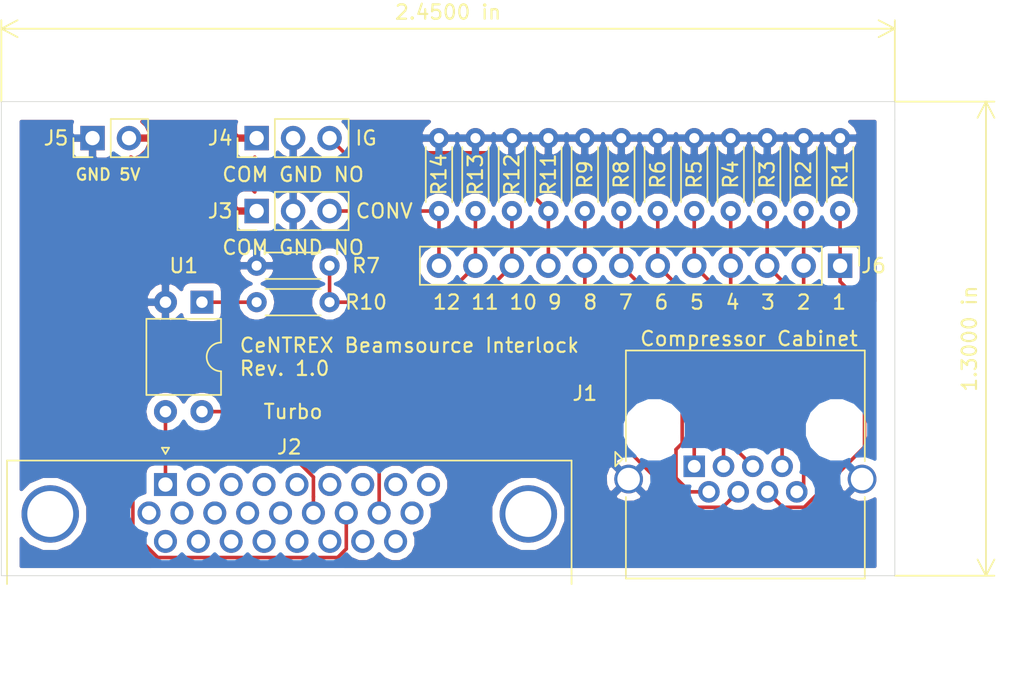
<source format=kicad_pcb>
(kicad_pcb (version 20171130) (host pcbnew "(6.0.0-rc1-dev-392-gd9d005190)")

  (general
    (thickness 1.6)
    (drawings 16)
    (tracks 63)
    (zones 0)
    (modules 21)
    (nets 40)
  )

  (page A4)
  (layers
    (0 F.Cu signal)
    (31 B.Cu signal)
    (32 B.Adhes user)
    (33 F.Adhes user)
    (34 B.Paste user)
    (35 F.Paste user)
    (36 B.SilkS user)
    (37 F.SilkS user)
    (38 B.Mask user)
    (39 F.Mask user)
    (40 Dwgs.User user)
    (41 Cmts.User user)
    (42 Eco1.User user)
    (43 Eco2.User user)
    (44 Edge.Cuts user)
    (45 Margin user)
    (46 B.CrtYd user)
    (47 F.CrtYd user)
    (48 B.Fab user)
    (49 F.Fab user hide)
  )

  (setup
    (last_trace_width 0.25)
    (trace_clearance 0.2)
    (zone_clearance 0.508)
    (zone_45_only no)
    (trace_min 0.2)
    (via_size 0.8)
    (via_drill 0.4)
    (via_min_size 0.4)
    (via_min_drill 0.3)
    (uvia_size 0.3)
    (uvia_drill 0.1)
    (uvias_allowed no)
    (uvia_min_size 0.2)
    (uvia_min_drill 0.1)
    (edge_width 0.05)
    (segment_width 0.2)
    (pcb_text_width 0.3)
    (pcb_text_size 1.5 1.5)
    (mod_edge_width 0.12)
    (mod_text_size 1 1)
    (mod_text_width 0.15)
    (pad_size 1.524 1.524)
    (pad_drill 0.762)
    (pad_to_mask_clearance 0.2)
    (aux_axis_origin 0 0)
    (visible_elements 7FFFFFFF)
    (pcbplotparams
      (layerselection 0x010f0_ffffffff)
      (usegerberextensions true)
      (usegerberattributes false)
      (usegerberadvancedattributes false)
      (creategerberjobfile false)
      (excludeedgelayer true)
      (linewidth 0.100000)
      (plotframeref false)
      (viasonmask false)
      (mode 1)
      (useauxorigin false)
      (hpglpennumber 1)
      (hpglpenspeed 20)
      (hpglpendiameter 15.000000)
      (psnegative false)
      (psa4output false)
      (plotreference true)
      (plotvalue true)
      (plotinvisibletext false)
      (padsonsilk false)
      (subtractmaskfromsilk false)
      (outputformat 1)
      (mirror false)
      (drillshape 0)
      (scaleselection 1)
      (outputdirectory "C:/Users/Olivier/Documents/Relay CTRL/relay_ctrl/gerber"))
  )

  (net 0 "")
  (net 1 GND)
  (net 2 +5V)
  (net 3 "Net-(J2-Pad26)")
  (net 4 "Net-(J2-Pad25)")
  (net 5 "Net-(J2-Pad24)")
  (net 6 "Net-(J2-Pad23)")
  (net 7 "Net-(J2-Pad22)")
  (net 8 "Net-(J2-Pad21)")
  (net 9 "Net-(J2-Pad20)")
  (net 10 "Net-(J2-Pad19)")
  (net 11 "Net-(J2-Pad18)")
  (net 12 "Net-(J2-Pad13)")
  (net 13 "Net-(J2-Pad12)")
  (net 14 "Net-(J2-Pad11)")
  (net 15 "Net-(J2-Pad10)")
  (net 16 "Net-(J2-Pad9)")
  (net 17 "Net-(J2-Pad8)")
  (net 18 "Net-(J2-Pad7)")
  (net 19 "Net-(J2-Pad6)")
  (net 20 "Net-(J2-Pad5)")
  (net 21 "Net-(J2-Pad4)")
  (net 22 "Net-(J2-Pad3)")
  (net 23 "Net-(J2-Pad2)")
  (net 24 "Net-(R10-Pad2)")
  (net 25 Backing2_interlock)
  (net 26 Compressor2_interlock)
  (net 27 Backing2_active)
  (net 28 Compressor2_active)
  (net 29 Backing1_interlock)
  (net 30 Compressor1_interlock)
  (net 31 Backing1_active)
  (net 32 Compressor1_active)
  (net 33 Turbo_active)
  (net 34 Turbo_remotepriority)
  (net 35 "Net-(J2-Pad14)")
  (net 36 Turbo_Vref)
  (net 37 Convection_relay)
  (net 38 IG_relay)
  (net 39 Turbo_interlock)

  (net_class Default "This is the default net class."
    (clearance 0.2)
    (trace_width 0.25)
    (via_dia 0.8)
    (via_drill 0.4)
    (uvia_dia 0.3)
    (uvia_drill 0.1)
    (add_net +5V)
    (add_net Backing1_active)
    (add_net Backing1_interlock)
    (add_net Backing2_active)
    (add_net Backing2_interlock)
    (add_net Compressor1_active)
    (add_net Compressor1_interlock)
    (add_net Compressor2_active)
    (add_net Compressor2_interlock)
    (add_net Convection_relay)
    (add_net GND)
    (add_net IG_relay)
    (add_net "Net-(J2-Pad10)")
    (add_net "Net-(J2-Pad11)")
    (add_net "Net-(J2-Pad12)")
    (add_net "Net-(J2-Pad13)")
    (add_net "Net-(J2-Pad14)")
    (add_net "Net-(J2-Pad18)")
    (add_net "Net-(J2-Pad19)")
    (add_net "Net-(J2-Pad2)")
    (add_net "Net-(J2-Pad20)")
    (add_net "Net-(J2-Pad21)")
    (add_net "Net-(J2-Pad22)")
    (add_net "Net-(J2-Pad23)")
    (add_net "Net-(J2-Pad24)")
    (add_net "Net-(J2-Pad25)")
    (add_net "Net-(J2-Pad26)")
    (add_net "Net-(J2-Pad3)")
    (add_net "Net-(J2-Pad4)")
    (add_net "Net-(J2-Pad5)")
    (add_net "Net-(J2-Pad6)")
    (add_net "Net-(J2-Pad7)")
    (add_net "Net-(J2-Pad8)")
    (add_net "Net-(J2-Pad9)")
    (add_net "Net-(R10-Pad2)")
    (add_net Turbo_Vref)
    (add_net Turbo_active)
    (add_net Turbo_interlock)
    (add_net Turbo_remotepriority)
  )

  (module Package_DIP:DIP-4_W7.62mm (layer F.Cu) (tedit 5A02E8C5) (tstamp 5D49FCB0)
    (at 148.59 124.46 270)
    (descr "4-lead though-hole mounted DIP package, row spacing 7.62 mm (300 mils)")
    (tags "THT DIP DIL PDIP 2.54mm 7.62mm 300mil")
    (path /5D490EFD)
    (fp_text reference U1 (at -2.54 1.27) (layer F.SilkS)
      (effects (font (size 1 1) (thickness 0.15)))
    )
    (fp_text value TLP222A (at 3.81 4.87 270) (layer F.Fab)
      (effects (font (size 1 1) (thickness 0.15)))
    )
    (fp_text user %R (at 3.81 1.27 270) (layer F.Fab)
      (effects (font (size 1 1) (thickness 0.15)))
    )
    (fp_line (start 8.7 -1.55) (end -1.1 -1.55) (layer F.CrtYd) (width 0.05))
    (fp_line (start 8.7 4.1) (end 8.7 -1.55) (layer F.CrtYd) (width 0.05))
    (fp_line (start -1.1 4.1) (end 8.7 4.1) (layer F.CrtYd) (width 0.05))
    (fp_line (start -1.1 -1.55) (end -1.1 4.1) (layer F.CrtYd) (width 0.05))
    (fp_line (start 6.46 -1.33) (end 4.81 -1.33) (layer F.SilkS) (width 0.12))
    (fp_line (start 6.46 3.87) (end 6.46 -1.33) (layer F.SilkS) (width 0.12))
    (fp_line (start 1.16 3.87) (end 6.46 3.87) (layer F.SilkS) (width 0.12))
    (fp_line (start 1.16 -1.33) (end 1.16 3.87) (layer F.SilkS) (width 0.12))
    (fp_line (start 2.81 -1.33) (end 1.16 -1.33) (layer F.SilkS) (width 0.12))
    (fp_line (start 0.635 -0.27) (end 1.635 -1.27) (layer F.Fab) (width 0.1))
    (fp_line (start 0.635 3.81) (end 0.635 -0.27) (layer F.Fab) (width 0.1))
    (fp_line (start 6.985 3.81) (end 0.635 3.81) (layer F.Fab) (width 0.1))
    (fp_line (start 6.985 -1.27) (end 6.985 3.81) (layer F.Fab) (width 0.1))
    (fp_line (start 1.635 -1.27) (end 6.985 -1.27) (layer F.Fab) (width 0.1))
    (fp_arc (start 3.81 -1.33) (end 2.81 -1.33) (angle -180) (layer F.SilkS) (width 0.12))
    (pad 4 thru_hole oval (at 7.62 0 270) (size 1.6 1.6) (drill 0.8) (layers *.Cu *.Mask)
      (net 34 Turbo_remotepriority))
    (pad 2 thru_hole oval (at 0 2.54 270) (size 1.6 1.6) (drill 0.8) (layers *.Cu *.Mask)
      (net 1 GND))
    (pad 3 thru_hole oval (at 7.62 2.54 270) (size 1.6 1.6) (drill 0.8) (layers *.Cu *.Mask)
      (net 36 Turbo_Vref))
    (pad 1 thru_hole rect (at 0 0 270) (size 1.6 1.6) (drill 0.8) (layers *.Cu *.Mask)
      (net 24 "Net-(R10-Pad2)"))
    (model ${KISYS3DMOD}/Package_DIP.3dshapes/DIP-4_W7.62mm.wrl
      (at (xyz 0 0 0))
      (scale (xyz 1 1 1))
      (rotate (xyz 0 0 0))
    )
  )

  (module Resistor_THT:R_Axial_DIN0204_L3.6mm_D1.6mm_P5.08mm_Horizontal (layer F.Cu) (tedit 5AE5139B) (tstamp 5D4A6683)
    (at 165.1 118.11 90)
    (descr "Resistor, Axial_DIN0204 series, Axial, Horizontal, pin pitch=5.08mm, 0.167W, length*diameter=3.6*1.6mm^2, http://cdn-reichelt.de/documents/datenblatt/B400/1_4W%23YAG.pdf")
    (tags "Resistor Axial_DIN0204 series Axial Horizontal pin pitch 5.08mm 0.167W length 3.6mm diameter 1.6mm")
    (path /5D4A2905)
    (fp_text reference R14 (at 2.54 0 90) (layer F.SilkS)
      (effects (font (size 1 1) (thickness 0.15)))
    )
    (fp_text value R (at 2.54 1.92 90) (layer F.Fab)
      (effects (font (size 1 1) (thickness 0.15)))
    )
    (fp_text user %R (at 2.54 0 90) (layer F.Fab)
      (effects (font (size 0.72 0.72) (thickness 0.108)))
    )
    (fp_line (start 6.03 -1.05) (end -0.95 -1.05) (layer F.CrtYd) (width 0.05))
    (fp_line (start 6.03 1.05) (end 6.03 -1.05) (layer F.CrtYd) (width 0.05))
    (fp_line (start -0.95 1.05) (end 6.03 1.05) (layer F.CrtYd) (width 0.05))
    (fp_line (start -0.95 -1.05) (end -0.95 1.05) (layer F.CrtYd) (width 0.05))
    (fp_line (start 0.62 0.92) (end 4.46 0.92) (layer F.SilkS) (width 0.12))
    (fp_line (start 0.62 -0.92) (end 4.46 -0.92) (layer F.SilkS) (width 0.12))
    (fp_line (start 5.08 0) (end 4.34 0) (layer F.Fab) (width 0.1))
    (fp_line (start 0 0) (end 0.74 0) (layer F.Fab) (width 0.1))
    (fp_line (start 4.34 -0.8) (end 0.74 -0.8) (layer F.Fab) (width 0.1))
    (fp_line (start 4.34 0.8) (end 4.34 -0.8) (layer F.Fab) (width 0.1))
    (fp_line (start 0.74 0.8) (end 4.34 0.8) (layer F.Fab) (width 0.1))
    (fp_line (start 0.74 -0.8) (end 0.74 0.8) (layer F.Fab) (width 0.1))
    (pad 2 thru_hole oval (at 5.08 0 90) (size 1.4 1.4) (drill 0.7) (layers *.Cu *.Mask)
      (net 1 GND))
    (pad 1 thru_hole circle (at 0 0 90) (size 1.4 1.4) (drill 0.7) (layers *.Cu *.Mask)
      (net 37 Convection_relay))
    (model ${KISYS3DMOD}/Resistor_THT.3dshapes/R_Axial_DIN0204_L3.6mm_D1.6mm_P5.08mm_Horizontal.wrl
      (at (xyz 0 0 0))
      (scale (xyz 1 1 1))
      (rotate (xyz 0 0 0))
    )
  )

  (module Resistor_THT:R_Axial_DIN0204_L3.6mm_D1.6mm_P5.08mm_Horizontal (layer F.Cu) (tedit 5AE5139B) (tstamp 5D49FC85)
    (at 167.64 118.11 90)
    (descr "Resistor, Axial_DIN0204 series, Axial, Horizontal, pin pitch=5.08mm, 0.167W, length*diameter=3.6*1.6mm^2, http://cdn-reichelt.de/documents/datenblatt/B400/1_4W%23YAG.pdf")
    (tags "Resistor Axial_DIN0204 series Axial Horizontal pin pitch 5.08mm 0.167W length 3.6mm diameter 1.6mm")
    (path /5D4A28E0)
    (fp_text reference R13 (at 2.54 0 90) (layer F.SilkS)
      (effects (font (size 1 1) (thickness 0.15)))
    )
    (fp_text value R (at 2.54 1.92 90) (layer F.Fab)
      (effects (font (size 1 1) (thickness 0.15)))
    )
    (fp_text user %R (at 2.54 0 90) (layer F.Fab)
      (effects (font (size 0.72 0.72) (thickness 0.108)))
    )
    (fp_line (start 6.03 -1.05) (end -0.95 -1.05) (layer F.CrtYd) (width 0.05))
    (fp_line (start 6.03 1.05) (end 6.03 -1.05) (layer F.CrtYd) (width 0.05))
    (fp_line (start -0.95 1.05) (end 6.03 1.05) (layer F.CrtYd) (width 0.05))
    (fp_line (start -0.95 -1.05) (end -0.95 1.05) (layer F.CrtYd) (width 0.05))
    (fp_line (start 0.62 0.92) (end 4.46 0.92) (layer F.SilkS) (width 0.12))
    (fp_line (start 0.62 -0.92) (end 4.46 -0.92) (layer F.SilkS) (width 0.12))
    (fp_line (start 5.08 0) (end 4.34 0) (layer F.Fab) (width 0.1))
    (fp_line (start 0 0) (end 0.74 0) (layer F.Fab) (width 0.1))
    (fp_line (start 4.34 -0.8) (end 0.74 -0.8) (layer F.Fab) (width 0.1))
    (fp_line (start 4.34 0.8) (end 4.34 -0.8) (layer F.Fab) (width 0.1))
    (fp_line (start 0.74 0.8) (end 4.34 0.8) (layer F.Fab) (width 0.1))
    (fp_line (start 0.74 -0.8) (end 0.74 0.8) (layer F.Fab) (width 0.1))
    (pad 2 thru_hole oval (at 5.08 0 90) (size 1.4 1.4) (drill 0.7) (layers *.Cu *.Mask)
      (net 1 GND))
    (pad 1 thru_hole circle (at 0 0 90) (size 1.4 1.4) (drill 0.7) (layers *.Cu *.Mask)
      (net 39 Turbo_interlock))
    (model ${KISYS3DMOD}/Resistor_THT.3dshapes/R_Axial_DIN0204_L3.6mm_D1.6mm_P5.08mm_Horizontal.wrl
      (at (xyz 0 0 0))
      (scale (xyz 1 1 1))
      (rotate (xyz 0 0 0))
    )
  )

  (module Resistor_THT:R_Axial_DIN0204_L3.6mm_D1.6mm_P5.08mm_Horizontal (layer F.Cu) (tedit 5AE5139B) (tstamp 5D49FC72)
    (at 170.18 118.11 90)
    (descr "Resistor, Axial_DIN0204 series, Axial, Horizontal, pin pitch=5.08mm, 0.167W, length*diameter=3.6*1.6mm^2, http://cdn-reichelt.de/documents/datenblatt/B400/1_4W%23YAG.pdf")
    (tags "Resistor Axial_DIN0204 series Axial Horizontal pin pitch 5.08mm 0.167W length 3.6mm diameter 1.6mm")
    (path /5D4A28BE)
    (fp_text reference R12 (at 2.54 0 90) (layer F.SilkS)
      (effects (font (size 1 1) (thickness 0.15)))
    )
    (fp_text value R (at 2.54 1.92 90) (layer F.Fab)
      (effects (font (size 1 1) (thickness 0.15)))
    )
    (fp_text user %R (at 2.54 0 90) (layer F.Fab)
      (effects (font (size 0.72 0.72) (thickness 0.108)))
    )
    (fp_line (start 6.03 -1.05) (end -0.95 -1.05) (layer F.CrtYd) (width 0.05))
    (fp_line (start 6.03 1.05) (end 6.03 -1.05) (layer F.CrtYd) (width 0.05))
    (fp_line (start -0.95 1.05) (end 6.03 1.05) (layer F.CrtYd) (width 0.05))
    (fp_line (start -0.95 -1.05) (end -0.95 1.05) (layer F.CrtYd) (width 0.05))
    (fp_line (start 0.62 0.92) (end 4.46 0.92) (layer F.SilkS) (width 0.12))
    (fp_line (start 0.62 -0.92) (end 4.46 -0.92) (layer F.SilkS) (width 0.12))
    (fp_line (start 5.08 0) (end 4.34 0) (layer F.Fab) (width 0.1))
    (fp_line (start 0 0) (end 0.74 0) (layer F.Fab) (width 0.1))
    (fp_line (start 4.34 -0.8) (end 0.74 -0.8) (layer F.Fab) (width 0.1))
    (fp_line (start 4.34 0.8) (end 4.34 -0.8) (layer F.Fab) (width 0.1))
    (fp_line (start 0.74 0.8) (end 4.34 0.8) (layer F.Fab) (width 0.1))
    (fp_line (start 0.74 -0.8) (end 0.74 0.8) (layer F.Fab) (width 0.1))
    (pad 2 thru_hole oval (at 5.08 0 90) (size 1.4 1.4) (drill 0.7) (layers *.Cu *.Mask)
      (net 1 GND))
    (pad 1 thru_hole circle (at 0 0 90) (size 1.4 1.4) (drill 0.7) (layers *.Cu *.Mask)
      (net 33 Turbo_active))
    (model ${KISYS3DMOD}/Resistor_THT.3dshapes/R_Axial_DIN0204_L3.6mm_D1.6mm_P5.08mm_Horizontal.wrl
      (at (xyz 0 0 0))
      (scale (xyz 1 1 1))
      (rotate (xyz 0 0 0))
    )
  )

  (module Resistor_THT:R_Axial_DIN0204_L3.6mm_D1.6mm_P5.08mm_Horizontal (layer F.Cu) (tedit 5AE5139B) (tstamp 5D49FC5F)
    (at 172.72 118.11 90)
    (descr "Resistor, Axial_DIN0204 series, Axial, Horizontal, pin pitch=5.08mm, 0.167W, length*diameter=3.6*1.6mm^2, http://cdn-reichelt.de/documents/datenblatt/B400/1_4W%23YAG.pdf")
    (tags "Resistor Axial_DIN0204 series Axial Horizontal pin pitch 5.08mm 0.167W length 3.6mm diameter 1.6mm")
    (path /5D4A289D)
    (fp_text reference R11 (at 2.54 0 90) (layer F.SilkS)
      (effects (font (size 1 1) (thickness 0.15)))
    )
    (fp_text value R (at 2.54 1.92 90) (layer F.Fab)
      (effects (font (size 1 1) (thickness 0.15)))
    )
    (fp_text user %R (at 2.54 0 90) (layer F.Fab)
      (effects (font (size 0.72 0.72) (thickness 0.108)))
    )
    (fp_line (start 6.03 -1.05) (end -0.95 -1.05) (layer F.CrtYd) (width 0.05))
    (fp_line (start 6.03 1.05) (end 6.03 -1.05) (layer F.CrtYd) (width 0.05))
    (fp_line (start -0.95 1.05) (end 6.03 1.05) (layer F.CrtYd) (width 0.05))
    (fp_line (start -0.95 -1.05) (end -0.95 1.05) (layer F.CrtYd) (width 0.05))
    (fp_line (start 0.62 0.92) (end 4.46 0.92) (layer F.SilkS) (width 0.12))
    (fp_line (start 0.62 -0.92) (end 4.46 -0.92) (layer F.SilkS) (width 0.12))
    (fp_line (start 5.08 0) (end 4.34 0) (layer F.Fab) (width 0.1))
    (fp_line (start 0 0) (end 0.74 0) (layer F.Fab) (width 0.1))
    (fp_line (start 4.34 -0.8) (end 0.74 -0.8) (layer F.Fab) (width 0.1))
    (fp_line (start 4.34 0.8) (end 4.34 -0.8) (layer F.Fab) (width 0.1))
    (fp_line (start 0.74 0.8) (end 4.34 0.8) (layer F.Fab) (width 0.1))
    (fp_line (start 0.74 -0.8) (end 0.74 0.8) (layer F.Fab) (width 0.1))
    (pad 2 thru_hole oval (at 5.08 0 90) (size 1.4 1.4) (drill 0.7) (layers *.Cu *.Mask)
      (net 1 GND))
    (pad 1 thru_hole circle (at 0 0 90) (size 1.4 1.4) (drill 0.7) (layers *.Cu *.Mask)
      (net 38 IG_relay))
    (model ${KISYS3DMOD}/Resistor_THT.3dshapes/R_Axial_DIN0204_L3.6mm_D1.6mm_P5.08mm_Horizontal.wrl
      (at (xyz 0 0 0))
      (scale (xyz 1 1 1))
      (rotate (xyz 0 0 0))
    )
  )

  (module Resistor_THT:R_Axial_DIN0204_L3.6mm_D1.6mm_P5.08mm_Horizontal (layer F.Cu) (tedit 5AE5139B) (tstamp 5D49FC4C)
    (at 157.48 124.46 180)
    (descr "Resistor, Axial_DIN0204 series, Axial, Horizontal, pin pitch=5.08mm, 0.167W, length*diameter=3.6*1.6mm^2, http://cdn-reichelt.de/documents/datenblatt/B400/1_4W%23YAG.pdf")
    (tags "Resistor Axial_DIN0204 series Axial Horizontal pin pitch 5.08mm 0.167W length 3.6mm diameter 1.6mm")
    (path /5D491824)
    (fp_text reference R10 (at -2.54 0 180) (layer F.SilkS)
      (effects (font (size 1 1) (thickness 0.15)))
    )
    (fp_text value 1.2k (at 2.54 1.92 180) (layer F.Fab)
      (effects (font (size 1 1) (thickness 0.15)))
    )
    (fp_text user %R (at 2.54 0 180) (layer F.Fab)
      (effects (font (size 0.72 0.72) (thickness 0.108)))
    )
    (fp_line (start 6.03 -1.05) (end -0.95 -1.05) (layer F.CrtYd) (width 0.05))
    (fp_line (start 6.03 1.05) (end 6.03 -1.05) (layer F.CrtYd) (width 0.05))
    (fp_line (start -0.95 1.05) (end 6.03 1.05) (layer F.CrtYd) (width 0.05))
    (fp_line (start -0.95 -1.05) (end -0.95 1.05) (layer F.CrtYd) (width 0.05))
    (fp_line (start 0.62 0.92) (end 4.46 0.92) (layer F.SilkS) (width 0.12))
    (fp_line (start 0.62 -0.92) (end 4.46 -0.92) (layer F.SilkS) (width 0.12))
    (fp_line (start 5.08 0) (end 4.34 0) (layer F.Fab) (width 0.1))
    (fp_line (start 0 0) (end 0.74 0) (layer F.Fab) (width 0.1))
    (fp_line (start 4.34 -0.8) (end 0.74 -0.8) (layer F.Fab) (width 0.1))
    (fp_line (start 4.34 0.8) (end 4.34 -0.8) (layer F.Fab) (width 0.1))
    (fp_line (start 0.74 0.8) (end 4.34 0.8) (layer F.Fab) (width 0.1))
    (fp_line (start 0.74 -0.8) (end 0.74 0.8) (layer F.Fab) (width 0.1))
    (pad 2 thru_hole oval (at 5.08 0 180) (size 1.4 1.4) (drill 0.7) (layers *.Cu *.Mask)
      (net 24 "Net-(R10-Pad2)"))
    (pad 1 thru_hole circle (at 0 0 180) (size 1.4 1.4) (drill 0.7) (layers *.Cu *.Mask)
      (net 39 Turbo_interlock))
    (model ${KISYS3DMOD}/Resistor_THT.3dshapes/R_Axial_DIN0204_L3.6mm_D1.6mm_P5.08mm_Horizontal.wrl
      (at (xyz 0 0 0))
      (scale (xyz 1 1 1))
      (rotate (xyz 0 0 0))
    )
  )

  (module Resistor_THT:R_Axial_DIN0204_L3.6mm_D1.6mm_P5.08mm_Horizontal (layer F.Cu) (tedit 5AE5139B) (tstamp 5D49FC39)
    (at 175.26 118.11 90)
    (descr "Resistor, Axial_DIN0204 series, Axial, Horizontal, pin pitch=5.08mm, 0.167W, length*diameter=3.6*1.6mm^2, http://cdn-reichelt.de/documents/datenblatt/B400/1_4W%23YAG.pdf")
    (tags "Resistor Axial_DIN0204 series Axial Horizontal pin pitch 5.08mm 0.167W length 3.6mm diameter 1.6mm")
    (path /5D4A2879)
    (fp_text reference R9 (at 2.54 0 90) (layer F.SilkS)
      (effects (font (size 1 1) (thickness 0.15)))
    )
    (fp_text value R (at 2.54 1.92 90) (layer F.Fab)
      (effects (font (size 1 1) (thickness 0.15)))
    )
    (fp_text user %R (at 2.54 0 90) (layer F.Fab)
      (effects (font (size 0.72 0.72) (thickness 0.108)))
    )
    (fp_line (start 6.03 -1.05) (end -0.95 -1.05) (layer F.CrtYd) (width 0.05))
    (fp_line (start 6.03 1.05) (end 6.03 -1.05) (layer F.CrtYd) (width 0.05))
    (fp_line (start -0.95 1.05) (end 6.03 1.05) (layer F.CrtYd) (width 0.05))
    (fp_line (start -0.95 -1.05) (end -0.95 1.05) (layer F.CrtYd) (width 0.05))
    (fp_line (start 0.62 0.92) (end 4.46 0.92) (layer F.SilkS) (width 0.12))
    (fp_line (start 0.62 -0.92) (end 4.46 -0.92) (layer F.SilkS) (width 0.12))
    (fp_line (start 5.08 0) (end 4.34 0) (layer F.Fab) (width 0.1))
    (fp_line (start 0 0) (end 0.74 0) (layer F.Fab) (width 0.1))
    (fp_line (start 4.34 -0.8) (end 0.74 -0.8) (layer F.Fab) (width 0.1))
    (fp_line (start 4.34 0.8) (end 4.34 -0.8) (layer F.Fab) (width 0.1))
    (fp_line (start 0.74 0.8) (end 4.34 0.8) (layer F.Fab) (width 0.1))
    (fp_line (start 0.74 -0.8) (end 0.74 0.8) (layer F.Fab) (width 0.1))
    (pad 2 thru_hole oval (at 5.08 0 90) (size 1.4 1.4) (drill 0.7) (layers *.Cu *.Mask)
      (net 1 GND))
    (pad 1 thru_hole circle (at 0 0 90) (size 1.4 1.4) (drill 0.7) (layers *.Cu *.Mask)
      (net 27 Backing2_active))
    (model ${KISYS3DMOD}/Resistor_THT.3dshapes/R_Axial_DIN0204_L3.6mm_D1.6mm_P5.08mm_Horizontal.wrl
      (at (xyz 0 0 0))
      (scale (xyz 1 1 1))
      (rotate (xyz 0 0 0))
    )
  )

  (module Resistor_THT:R_Axial_DIN0204_L3.6mm_D1.6mm_P5.08mm_Horizontal (layer F.Cu) (tedit 5AE5139B) (tstamp 5D49FC26)
    (at 177.8 118.11 90)
    (descr "Resistor, Axial_DIN0204 series, Axial, Horizontal, pin pitch=5.08mm, 0.167W, length*diameter=3.6*1.6mm^2, http://cdn-reichelt.de/documents/datenblatt/B400/1_4W%23YAG.pdf")
    (tags "Resistor Axial_DIN0204 series Axial Horizontal pin pitch 5.08mm 0.167W length 3.6mm diameter 1.6mm")
    (path /5D4A2856)
    (fp_text reference R8 (at 2.54 0 90) (layer F.SilkS)
      (effects (font (size 1 1) (thickness 0.15)))
    )
    (fp_text value R (at 2.54 1.92 90) (layer F.Fab)
      (effects (font (size 1 1) (thickness 0.15)))
    )
    (fp_text user %R (at 2.54 0 90) (layer F.Fab)
      (effects (font (size 0.72 0.72) (thickness 0.108)))
    )
    (fp_line (start 6.03 -1.05) (end -0.95 -1.05) (layer F.CrtYd) (width 0.05))
    (fp_line (start 6.03 1.05) (end 6.03 -1.05) (layer F.CrtYd) (width 0.05))
    (fp_line (start -0.95 1.05) (end 6.03 1.05) (layer F.CrtYd) (width 0.05))
    (fp_line (start -0.95 -1.05) (end -0.95 1.05) (layer F.CrtYd) (width 0.05))
    (fp_line (start 0.62 0.92) (end 4.46 0.92) (layer F.SilkS) (width 0.12))
    (fp_line (start 0.62 -0.92) (end 4.46 -0.92) (layer F.SilkS) (width 0.12))
    (fp_line (start 5.08 0) (end 4.34 0) (layer F.Fab) (width 0.1))
    (fp_line (start 0 0) (end 0.74 0) (layer F.Fab) (width 0.1))
    (fp_line (start 4.34 -0.8) (end 0.74 -0.8) (layer F.Fab) (width 0.1))
    (fp_line (start 4.34 0.8) (end 4.34 -0.8) (layer F.Fab) (width 0.1))
    (fp_line (start 0.74 0.8) (end 4.34 0.8) (layer F.Fab) (width 0.1))
    (fp_line (start 0.74 -0.8) (end 0.74 0.8) (layer F.Fab) (width 0.1))
    (pad 2 thru_hole oval (at 5.08 0 90) (size 1.4 1.4) (drill 0.7) (layers *.Cu *.Mask)
      (net 1 GND))
    (pad 1 thru_hole circle (at 0 0 90) (size 1.4 1.4) (drill 0.7) (layers *.Cu *.Mask)
      (net 28 Compressor2_active))
    (model ${KISYS3DMOD}/Resistor_THT.3dshapes/R_Axial_DIN0204_L3.6mm_D1.6mm_P5.08mm_Horizontal.wrl
      (at (xyz 0 0 0))
      (scale (xyz 1 1 1))
      (rotate (xyz 0 0 0))
    )
  )

  (module Resistor_THT:R_Axial_DIN0204_L3.6mm_D1.6mm_P5.08mm_Horizontal (layer F.Cu) (tedit 5AE5139B) (tstamp 5D4A0FC3)
    (at 157.48 121.92 180)
    (descr "Resistor, Axial_DIN0204 series, Axial, Horizontal, pin pitch=5.08mm, 0.167W, length*diameter=3.6*1.6mm^2, http://cdn-reichelt.de/documents/datenblatt/B400/1_4W%23YAG.pdf")
    (tags "Resistor Axial_DIN0204 series Axial Horizontal pin pitch 5.08mm 0.167W length 3.6mm diameter 1.6mm")
    (path /5D493C88)
    (fp_text reference R7 (at -2.54 0 180) (layer F.SilkS)
      (effects (font (size 1 1) (thickness 0.15)))
    )
    (fp_text value 10k (at 2.54 1.92 180) (layer F.Fab)
      (effects (font (size 1 1) (thickness 0.15)))
    )
    (fp_text user %R (at 2.54 0 180) (layer F.Fab)
      (effects (font (size 0.72 0.72) (thickness 0.108)))
    )
    (fp_line (start 6.03 -1.05) (end -0.95 -1.05) (layer F.CrtYd) (width 0.05))
    (fp_line (start 6.03 1.05) (end 6.03 -1.05) (layer F.CrtYd) (width 0.05))
    (fp_line (start -0.95 1.05) (end 6.03 1.05) (layer F.CrtYd) (width 0.05))
    (fp_line (start -0.95 -1.05) (end -0.95 1.05) (layer F.CrtYd) (width 0.05))
    (fp_line (start 0.62 0.92) (end 4.46 0.92) (layer F.SilkS) (width 0.12))
    (fp_line (start 0.62 -0.92) (end 4.46 -0.92) (layer F.SilkS) (width 0.12))
    (fp_line (start 5.08 0) (end 4.34 0) (layer F.Fab) (width 0.1))
    (fp_line (start 0 0) (end 0.74 0) (layer F.Fab) (width 0.1))
    (fp_line (start 4.34 -0.8) (end 0.74 -0.8) (layer F.Fab) (width 0.1))
    (fp_line (start 4.34 0.8) (end 4.34 -0.8) (layer F.Fab) (width 0.1))
    (fp_line (start 0.74 0.8) (end 4.34 0.8) (layer F.Fab) (width 0.1))
    (fp_line (start 0.74 -0.8) (end 0.74 0.8) (layer F.Fab) (width 0.1))
    (pad 2 thru_hole oval (at 5.08 0 180) (size 1.4 1.4) (drill 0.7) (layers *.Cu *.Mask)
      (net 1 GND))
    (pad 1 thru_hole circle (at 0 0 180) (size 1.4 1.4) (drill 0.7) (layers *.Cu *.Mask)
      (net 39 Turbo_interlock))
    (model ${KISYS3DMOD}/Resistor_THT.3dshapes/R_Axial_DIN0204_L3.6mm_D1.6mm_P5.08mm_Horizontal.wrl
      (at (xyz 0 0 0))
      (scale (xyz 1 1 1))
      (rotate (xyz 0 0 0))
    )
  )

  (module Resistor_THT:R_Axial_DIN0204_L3.6mm_D1.6mm_P5.08mm_Horizontal (layer F.Cu) (tedit 5AE5139B) (tstamp 5D49FC00)
    (at 180.34 118.11 90)
    (descr "Resistor, Axial_DIN0204 series, Axial, Horizontal, pin pitch=5.08mm, 0.167W, length*diameter=3.6*1.6mm^2, http://cdn-reichelt.de/documents/datenblatt/B400/1_4W%23YAG.pdf")
    (tags "Resistor Axial_DIN0204 series Axial Horizontal pin pitch 5.08mm 0.167W length 3.6mm diameter 1.6mm")
    (path /5D4A2834)
    (fp_text reference R6 (at 2.54 0 90) (layer F.SilkS)
      (effects (font (size 1 1) (thickness 0.15)))
    )
    (fp_text value R (at 2.54 1.92 90) (layer F.Fab)
      (effects (font (size 1 1) (thickness 0.15)))
    )
    (fp_text user %R (at 2.54 0 90) (layer F.Fab)
      (effects (font (size 0.72 0.72) (thickness 0.108)))
    )
    (fp_line (start 6.03 -1.05) (end -0.95 -1.05) (layer F.CrtYd) (width 0.05))
    (fp_line (start 6.03 1.05) (end 6.03 -1.05) (layer F.CrtYd) (width 0.05))
    (fp_line (start -0.95 1.05) (end 6.03 1.05) (layer F.CrtYd) (width 0.05))
    (fp_line (start -0.95 -1.05) (end -0.95 1.05) (layer F.CrtYd) (width 0.05))
    (fp_line (start 0.62 0.92) (end 4.46 0.92) (layer F.SilkS) (width 0.12))
    (fp_line (start 0.62 -0.92) (end 4.46 -0.92) (layer F.SilkS) (width 0.12))
    (fp_line (start 5.08 0) (end 4.34 0) (layer F.Fab) (width 0.1))
    (fp_line (start 0 0) (end 0.74 0) (layer F.Fab) (width 0.1))
    (fp_line (start 4.34 -0.8) (end 0.74 -0.8) (layer F.Fab) (width 0.1))
    (fp_line (start 4.34 0.8) (end 4.34 -0.8) (layer F.Fab) (width 0.1))
    (fp_line (start 0.74 0.8) (end 4.34 0.8) (layer F.Fab) (width 0.1))
    (fp_line (start 0.74 -0.8) (end 0.74 0.8) (layer F.Fab) (width 0.1))
    (pad 2 thru_hole oval (at 5.08 0 90) (size 1.4 1.4) (drill 0.7) (layers *.Cu *.Mask)
      (net 1 GND))
    (pad 1 thru_hole circle (at 0 0 90) (size 1.4 1.4) (drill 0.7) (layers *.Cu *.Mask)
      (net 32 Compressor1_active))
    (model ${KISYS3DMOD}/Resistor_THT.3dshapes/R_Axial_DIN0204_L3.6mm_D1.6mm_P5.08mm_Horizontal.wrl
      (at (xyz 0 0 0))
      (scale (xyz 1 1 1))
      (rotate (xyz 0 0 0))
    )
  )

  (module Resistor_THT:R_Axial_DIN0204_L3.6mm_D1.6mm_P5.08mm_Horizontal (layer F.Cu) (tedit 5AE5139B) (tstamp 5D49FBED)
    (at 182.88 118.11 90)
    (descr "Resistor, Axial_DIN0204 series, Axial, Horizontal, pin pitch=5.08mm, 0.167W, length*diameter=3.6*1.6mm^2, http://cdn-reichelt.de/documents/datenblatt/B400/1_4W%23YAG.pdf")
    (tags "Resistor Axial_DIN0204 series Axial Horizontal pin pitch 5.08mm 0.167W length 3.6mm diameter 1.6mm")
    (path /5D4A2817)
    (fp_text reference R5 (at 2.54 0 90) (layer F.SilkS)
      (effects (font (size 1 1) (thickness 0.15)))
    )
    (fp_text value R (at 2.54 1.92 90) (layer F.Fab)
      (effects (font (size 1 1) (thickness 0.15)))
    )
    (fp_text user %R (at 2.54 0 90) (layer F.Fab)
      (effects (font (size 0.72 0.72) (thickness 0.108)))
    )
    (fp_line (start 6.03 -1.05) (end -0.95 -1.05) (layer F.CrtYd) (width 0.05))
    (fp_line (start 6.03 1.05) (end 6.03 -1.05) (layer F.CrtYd) (width 0.05))
    (fp_line (start -0.95 1.05) (end 6.03 1.05) (layer F.CrtYd) (width 0.05))
    (fp_line (start -0.95 -1.05) (end -0.95 1.05) (layer F.CrtYd) (width 0.05))
    (fp_line (start 0.62 0.92) (end 4.46 0.92) (layer F.SilkS) (width 0.12))
    (fp_line (start 0.62 -0.92) (end 4.46 -0.92) (layer F.SilkS) (width 0.12))
    (fp_line (start 5.08 0) (end 4.34 0) (layer F.Fab) (width 0.1))
    (fp_line (start 0 0) (end 0.74 0) (layer F.Fab) (width 0.1))
    (fp_line (start 4.34 -0.8) (end 0.74 -0.8) (layer F.Fab) (width 0.1))
    (fp_line (start 4.34 0.8) (end 4.34 -0.8) (layer F.Fab) (width 0.1))
    (fp_line (start 0.74 0.8) (end 4.34 0.8) (layer F.Fab) (width 0.1))
    (fp_line (start 0.74 -0.8) (end 0.74 0.8) (layer F.Fab) (width 0.1))
    (pad 2 thru_hole oval (at 5.08 0 90) (size 1.4 1.4) (drill 0.7) (layers *.Cu *.Mask)
      (net 1 GND))
    (pad 1 thru_hole circle (at 0 0 90) (size 1.4 1.4) (drill 0.7) (layers *.Cu *.Mask)
      (net 31 Backing1_active))
    (model ${KISYS3DMOD}/Resistor_THT.3dshapes/R_Axial_DIN0204_L3.6mm_D1.6mm_P5.08mm_Horizontal.wrl
      (at (xyz 0 0 0))
      (scale (xyz 1 1 1))
      (rotate (xyz 0 0 0))
    )
  )

  (module Resistor_THT:R_Axial_DIN0204_L3.6mm_D1.6mm_P5.08mm_Horizontal (layer F.Cu) (tedit 5AE5139B) (tstamp 5D4A107B)
    (at 185.42 118.11 90)
    (descr "Resistor, Axial_DIN0204 series, Axial, Horizontal, pin pitch=5.08mm, 0.167W, length*diameter=3.6*1.6mm^2, http://cdn-reichelt.de/documents/datenblatt/B400/1_4W%23YAG.pdf")
    (tags "Resistor Axial_DIN0204 series Axial Horizontal pin pitch 5.08mm 0.167W length 3.6mm diameter 1.6mm")
    (path /5D4A27F5)
    (fp_text reference R4 (at 2.54 0 90) (layer F.SilkS)
      (effects (font (size 1 1) (thickness 0.15)))
    )
    (fp_text value R (at 2.54 1.92 90) (layer F.Fab)
      (effects (font (size 1 1) (thickness 0.15)))
    )
    (fp_text user %R (at 2.54 0 90) (layer F.Fab)
      (effects (font (size 0.72 0.72) (thickness 0.108)))
    )
    (fp_line (start 6.03 -1.05) (end -0.95 -1.05) (layer F.CrtYd) (width 0.05))
    (fp_line (start 6.03 1.05) (end 6.03 -1.05) (layer F.CrtYd) (width 0.05))
    (fp_line (start -0.95 1.05) (end 6.03 1.05) (layer F.CrtYd) (width 0.05))
    (fp_line (start -0.95 -1.05) (end -0.95 1.05) (layer F.CrtYd) (width 0.05))
    (fp_line (start 0.62 0.92) (end 4.46 0.92) (layer F.SilkS) (width 0.12))
    (fp_line (start 0.62 -0.92) (end 4.46 -0.92) (layer F.SilkS) (width 0.12))
    (fp_line (start 5.08 0) (end 4.34 0) (layer F.Fab) (width 0.1))
    (fp_line (start 0 0) (end 0.74 0) (layer F.Fab) (width 0.1))
    (fp_line (start 4.34 -0.8) (end 0.74 -0.8) (layer F.Fab) (width 0.1))
    (fp_line (start 4.34 0.8) (end 4.34 -0.8) (layer F.Fab) (width 0.1))
    (fp_line (start 0.74 0.8) (end 4.34 0.8) (layer F.Fab) (width 0.1))
    (fp_line (start 0.74 -0.8) (end 0.74 0.8) (layer F.Fab) (width 0.1))
    (pad 2 thru_hole oval (at 5.08 0 90) (size 1.4 1.4) (drill 0.7) (layers *.Cu *.Mask)
      (net 1 GND))
    (pad 1 thru_hole circle (at 0 0 90) (size 1.4 1.4) (drill 0.7) (layers *.Cu *.Mask)
      (net 30 Compressor1_interlock))
    (model ${KISYS3DMOD}/Resistor_THT.3dshapes/R_Axial_DIN0204_L3.6mm_D1.6mm_P5.08mm_Horizontal.wrl
      (at (xyz 0 0 0))
      (scale (xyz 1 1 1))
      (rotate (xyz 0 0 0))
    )
  )

  (module Resistor_THT:R_Axial_DIN0204_L3.6mm_D1.6mm_P5.08mm_Horizontal (layer F.Cu) (tedit 5AE5139B) (tstamp 5D4A10D6)
    (at 187.96 118.11 90)
    (descr "Resistor, Axial_DIN0204 series, Axial, Horizontal, pin pitch=5.08mm, 0.167W, length*diameter=3.6*1.6mm^2, http://cdn-reichelt.de/documents/datenblatt/B400/1_4W%23YAG.pdf")
    (tags "Resistor Axial_DIN0204 series Axial Horizontal pin pitch 5.08mm 0.167W length 3.6mm diameter 1.6mm")
    (path /5D4A27D6)
    (fp_text reference R3 (at 2.54 0 90) (layer F.SilkS)
      (effects (font (size 1 1) (thickness 0.15)))
    )
    (fp_text value R (at 2.54 1.92 90) (layer F.Fab)
      (effects (font (size 1 1) (thickness 0.15)))
    )
    (fp_text user %R (at 2.54 0 90) (layer F.Fab)
      (effects (font (size 0.72 0.72) (thickness 0.108)))
    )
    (fp_line (start 6.03 -1.05) (end -0.95 -1.05) (layer F.CrtYd) (width 0.05))
    (fp_line (start 6.03 1.05) (end 6.03 -1.05) (layer F.CrtYd) (width 0.05))
    (fp_line (start -0.95 1.05) (end 6.03 1.05) (layer F.CrtYd) (width 0.05))
    (fp_line (start -0.95 -1.05) (end -0.95 1.05) (layer F.CrtYd) (width 0.05))
    (fp_line (start 0.62 0.92) (end 4.46 0.92) (layer F.SilkS) (width 0.12))
    (fp_line (start 0.62 -0.92) (end 4.46 -0.92) (layer F.SilkS) (width 0.12))
    (fp_line (start 5.08 0) (end 4.34 0) (layer F.Fab) (width 0.1))
    (fp_line (start 0 0) (end 0.74 0) (layer F.Fab) (width 0.1))
    (fp_line (start 4.34 -0.8) (end 0.74 -0.8) (layer F.Fab) (width 0.1))
    (fp_line (start 4.34 0.8) (end 4.34 -0.8) (layer F.Fab) (width 0.1))
    (fp_line (start 0.74 0.8) (end 4.34 0.8) (layer F.Fab) (width 0.1))
    (fp_line (start 0.74 -0.8) (end 0.74 0.8) (layer F.Fab) (width 0.1))
    (pad 2 thru_hole oval (at 5.08 0 90) (size 1.4 1.4) (drill 0.7) (layers *.Cu *.Mask)
      (net 1 GND))
    (pad 1 thru_hole circle (at 0 0 90) (size 1.4 1.4) (drill 0.7) (layers *.Cu *.Mask)
      (net 29 Backing1_interlock))
    (model ${KISYS3DMOD}/Resistor_THT.3dshapes/R_Axial_DIN0204_L3.6mm_D1.6mm_P5.08mm_Horizontal.wrl
      (at (xyz 0 0 0))
      (scale (xyz 1 1 1))
      (rotate (xyz 0 0 0))
    )
  )

  (module Resistor_THT:R_Axial_DIN0204_L3.6mm_D1.6mm_P5.08mm_Horizontal (layer F.Cu) (tedit 5AE5139B) (tstamp 5D49FBB4)
    (at 190.5 118.11 90)
    (descr "Resistor, Axial_DIN0204 series, Axial, Horizontal, pin pitch=5.08mm, 0.167W, length*diameter=3.6*1.6mm^2, http://cdn-reichelt.de/documents/datenblatt/B400/1_4W%23YAG.pdf")
    (tags "Resistor Axial_DIN0204 series Axial Horizontal pin pitch 5.08mm 0.167W length 3.6mm diameter 1.6mm")
    (path /5D4A27B4)
    (fp_text reference R2 (at 2.54 0 90) (layer F.SilkS)
      (effects (font (size 1 1) (thickness 0.15)))
    )
    (fp_text value R (at 2.54 1.92 90) (layer F.Fab)
      (effects (font (size 1 1) (thickness 0.15)))
    )
    (fp_text user %R (at 2.54 0 90) (layer F.Fab)
      (effects (font (size 0.72 0.72) (thickness 0.108)))
    )
    (fp_line (start 6.03 -1.05) (end -0.95 -1.05) (layer F.CrtYd) (width 0.05))
    (fp_line (start 6.03 1.05) (end 6.03 -1.05) (layer F.CrtYd) (width 0.05))
    (fp_line (start -0.95 1.05) (end 6.03 1.05) (layer F.CrtYd) (width 0.05))
    (fp_line (start -0.95 -1.05) (end -0.95 1.05) (layer F.CrtYd) (width 0.05))
    (fp_line (start 0.62 0.92) (end 4.46 0.92) (layer F.SilkS) (width 0.12))
    (fp_line (start 0.62 -0.92) (end 4.46 -0.92) (layer F.SilkS) (width 0.12))
    (fp_line (start 5.08 0) (end 4.34 0) (layer F.Fab) (width 0.1))
    (fp_line (start 0 0) (end 0.74 0) (layer F.Fab) (width 0.1))
    (fp_line (start 4.34 -0.8) (end 0.74 -0.8) (layer F.Fab) (width 0.1))
    (fp_line (start 4.34 0.8) (end 4.34 -0.8) (layer F.Fab) (width 0.1))
    (fp_line (start 0.74 0.8) (end 4.34 0.8) (layer F.Fab) (width 0.1))
    (fp_line (start 0.74 -0.8) (end 0.74 0.8) (layer F.Fab) (width 0.1))
    (pad 2 thru_hole oval (at 5.08 0 90) (size 1.4 1.4) (drill 0.7) (layers *.Cu *.Mask)
      (net 1 GND))
    (pad 1 thru_hole circle (at 0 0 90) (size 1.4 1.4) (drill 0.7) (layers *.Cu *.Mask)
      (net 25 Backing2_interlock))
    (model ${KISYS3DMOD}/Resistor_THT.3dshapes/R_Axial_DIN0204_L3.6mm_D1.6mm_P5.08mm_Horizontal.wrl
      (at (xyz 0 0 0))
      (scale (xyz 1 1 1))
      (rotate (xyz 0 0 0))
    )
  )

  (module Resistor_THT:R_Axial_DIN0204_L3.6mm_D1.6mm_P5.08mm_Horizontal (layer F.Cu) (tedit 5AE5139B) (tstamp 5D49FBA1)
    (at 193.04 118.11 90)
    (descr "Resistor, Axial_DIN0204 series, Axial, Horizontal, pin pitch=5.08mm, 0.167W, length*diameter=3.6*1.6mm^2, http://cdn-reichelt.de/documents/datenblatt/B400/1_4W%23YAG.pdf")
    (tags "Resistor Axial_DIN0204 series Axial Horizontal pin pitch 5.08mm 0.167W length 3.6mm diameter 1.6mm")
    (path /5D4A1DF6)
    (fp_text reference R1 (at 2.54 0 90) (layer F.SilkS)
      (effects (font (size 1 1) (thickness 0.15)))
    )
    (fp_text value R (at 2.54 1.92 90) (layer F.Fab)
      (effects (font (size 1 1) (thickness 0.15)))
    )
    (fp_text user %R (at 2.54 0 90) (layer F.Fab)
      (effects (font (size 0.72 0.72) (thickness 0.108)))
    )
    (fp_line (start 6.03 -1.05) (end -0.95 -1.05) (layer F.CrtYd) (width 0.05))
    (fp_line (start 6.03 1.05) (end 6.03 -1.05) (layer F.CrtYd) (width 0.05))
    (fp_line (start -0.95 1.05) (end 6.03 1.05) (layer F.CrtYd) (width 0.05))
    (fp_line (start -0.95 -1.05) (end -0.95 1.05) (layer F.CrtYd) (width 0.05))
    (fp_line (start 0.62 0.92) (end 4.46 0.92) (layer F.SilkS) (width 0.12))
    (fp_line (start 0.62 -0.92) (end 4.46 -0.92) (layer F.SilkS) (width 0.12))
    (fp_line (start 5.08 0) (end 4.34 0) (layer F.Fab) (width 0.1))
    (fp_line (start 0 0) (end 0.74 0) (layer F.Fab) (width 0.1))
    (fp_line (start 4.34 -0.8) (end 0.74 -0.8) (layer F.Fab) (width 0.1))
    (fp_line (start 4.34 0.8) (end 4.34 -0.8) (layer F.Fab) (width 0.1))
    (fp_line (start 0.74 0.8) (end 4.34 0.8) (layer F.Fab) (width 0.1))
    (fp_line (start 0.74 -0.8) (end 0.74 0.8) (layer F.Fab) (width 0.1))
    (pad 2 thru_hole oval (at 5.08 0 90) (size 1.4 1.4) (drill 0.7) (layers *.Cu *.Mask)
      (net 1 GND))
    (pad 1 thru_hole circle (at 0 0 90) (size 1.4 1.4) (drill 0.7) (layers *.Cu *.Mask)
      (net 26 Compressor2_interlock))
    (model ${KISYS3DMOD}/Resistor_THT.3dshapes/R_Axial_DIN0204_L3.6mm_D1.6mm_P5.08mm_Horizontal.wrl
      (at (xyz 0 0 0))
      (scale (xyz 1 1 1))
      (rotate (xyz 0 0 0))
    )
  )

  (module Connector_PinHeader_2.54mm:PinHeader_1x02_P2.54mm_Vertical (layer F.Cu) (tedit 59FED5CC) (tstamp 5D49FB50)
    (at 140.97 113.03 90)
    (descr "Through hole straight pin header, 1x02, 2.54mm pitch, single row")
    (tags "Through hole pin header THT 1x02 2.54mm single row")
    (path /5D48F536)
    (fp_text reference J5 (at 0 -2.54 180) (layer F.SilkS)
      (effects (font (size 1 1) (thickness 0.15)))
    )
    (fp_text value Conn_01x02 (at 0 4.87 90) (layer F.Fab)
      (effects (font (size 1 1) (thickness 0.15)))
    )
    (fp_text user %R (at 0 1.27 180) (layer F.Fab)
      (effects (font (size 1 1) (thickness 0.15)))
    )
    (fp_line (start 1.8 -1.8) (end -1.8 -1.8) (layer F.CrtYd) (width 0.05))
    (fp_line (start 1.8 4.35) (end 1.8 -1.8) (layer F.CrtYd) (width 0.05))
    (fp_line (start -1.8 4.35) (end 1.8 4.35) (layer F.CrtYd) (width 0.05))
    (fp_line (start -1.8 -1.8) (end -1.8 4.35) (layer F.CrtYd) (width 0.05))
    (fp_line (start -1.33 -1.33) (end 0 -1.33) (layer F.SilkS) (width 0.12))
    (fp_line (start -1.33 0) (end -1.33 -1.33) (layer F.SilkS) (width 0.12))
    (fp_line (start -1.33 1.27) (end 1.33 1.27) (layer F.SilkS) (width 0.12))
    (fp_line (start 1.33 1.27) (end 1.33 3.87) (layer F.SilkS) (width 0.12))
    (fp_line (start -1.33 1.27) (end -1.33 3.87) (layer F.SilkS) (width 0.12))
    (fp_line (start -1.33 3.87) (end 1.33 3.87) (layer F.SilkS) (width 0.12))
    (fp_line (start -1.27 -0.635) (end -0.635 -1.27) (layer F.Fab) (width 0.1))
    (fp_line (start -1.27 3.81) (end -1.27 -0.635) (layer F.Fab) (width 0.1))
    (fp_line (start 1.27 3.81) (end -1.27 3.81) (layer F.Fab) (width 0.1))
    (fp_line (start 1.27 -1.27) (end 1.27 3.81) (layer F.Fab) (width 0.1))
    (fp_line (start -0.635 -1.27) (end 1.27 -1.27) (layer F.Fab) (width 0.1))
    (pad 2 thru_hole oval (at 0 2.54 90) (size 1.7 1.7) (drill 1) (layers *.Cu *.Mask)
      (net 2 +5V))
    (pad 1 thru_hole rect (at 0 0 90) (size 1.7 1.7) (drill 1) (layers *.Cu *.Mask)
      (net 1 GND))
    (model ${KISYS3DMOD}/Connector_PinHeader_2.54mm.3dshapes/PinHeader_1x02_P2.54mm_Vertical.wrl
      (at (xyz 0 0 0))
      (scale (xyz 1 1 1))
      (rotate (xyz 0 0 0))
    )
  )

  (module Connector_PinHeader_2.54mm:PinHeader_1x03_P2.54mm_Vertical (layer F.Cu) (tedit 59FED5CC) (tstamp 5D49FB3A)
    (at 152.4 113.03 90)
    (descr "Through hole straight pin header, 1x03, 2.54mm pitch, single row")
    (tags "Through hole pin header THT 1x03 2.54mm single row")
    (path /5D48F452)
    (fp_text reference J4 (at 0 -2.54 180) (layer F.SilkS)
      (effects (font (size 1 1) (thickness 0.15)))
    )
    (fp_text value Conn_01x03 (at 0 7.41 90) (layer F.Fab)
      (effects (font (size 1 1) (thickness 0.15)))
    )
    (fp_text user %R (at 0 2.54 180) (layer F.Fab)
      (effects (font (size 1 1) (thickness 0.15)))
    )
    (fp_line (start 1.8 -1.8) (end -1.8 -1.8) (layer F.CrtYd) (width 0.05))
    (fp_line (start 1.8 6.85) (end 1.8 -1.8) (layer F.CrtYd) (width 0.05))
    (fp_line (start -1.8 6.85) (end 1.8 6.85) (layer F.CrtYd) (width 0.05))
    (fp_line (start -1.8 -1.8) (end -1.8 6.85) (layer F.CrtYd) (width 0.05))
    (fp_line (start -1.33 -1.33) (end 0 -1.33) (layer F.SilkS) (width 0.12))
    (fp_line (start -1.33 0) (end -1.33 -1.33) (layer F.SilkS) (width 0.12))
    (fp_line (start -1.33 1.27) (end 1.33 1.27) (layer F.SilkS) (width 0.12))
    (fp_line (start 1.33 1.27) (end 1.33 6.41) (layer F.SilkS) (width 0.12))
    (fp_line (start -1.33 1.27) (end -1.33 6.41) (layer F.SilkS) (width 0.12))
    (fp_line (start -1.33 6.41) (end 1.33 6.41) (layer F.SilkS) (width 0.12))
    (fp_line (start -1.27 -0.635) (end -0.635 -1.27) (layer F.Fab) (width 0.1))
    (fp_line (start -1.27 6.35) (end -1.27 -0.635) (layer F.Fab) (width 0.1))
    (fp_line (start 1.27 6.35) (end -1.27 6.35) (layer F.Fab) (width 0.1))
    (fp_line (start 1.27 -1.27) (end 1.27 6.35) (layer F.Fab) (width 0.1))
    (fp_line (start -0.635 -1.27) (end 1.27 -1.27) (layer F.Fab) (width 0.1))
    (pad 3 thru_hole oval (at 0 5.08 90) (size 1.7 1.7) (drill 1) (layers *.Cu *.Mask)
      (net 38 IG_relay))
    (pad 2 thru_hole oval (at 0 2.54 90) (size 1.7 1.7) (drill 1) (layers *.Cu *.Mask)
      (net 1 GND))
    (pad 1 thru_hole rect (at 0 0 90) (size 1.7 1.7) (drill 1) (layers *.Cu *.Mask)
      (net 2 +5V))
    (model ${KISYS3DMOD}/Connector_PinHeader_2.54mm.3dshapes/PinHeader_1x03_P2.54mm_Vertical.wrl
      (at (xyz 0 0 0))
      (scale (xyz 1 1 1))
      (rotate (xyz 0 0 0))
    )
  )

  (module Connector_PinHeader_2.54mm:PinHeader_1x03_P2.54mm_Vertical (layer F.Cu) (tedit 59FED5CC) (tstamp 5D49FB23)
    (at 152.4 118.11 90)
    (descr "Through hole straight pin header, 1x03, 2.54mm pitch, single row")
    (tags "Through hole pin header THT 1x03 2.54mm single row")
    (path /5D48F30D)
    (fp_text reference J3 (at 0 -2.54 180) (layer F.SilkS)
      (effects (font (size 1 1) (thickness 0.15)))
    )
    (fp_text value Conn_01x03 (at 0 7.41 90) (layer F.Fab)
      (effects (font (size 1 1) (thickness 0.15)))
    )
    (fp_text user %R (at 0 2.54 180) (layer F.Fab)
      (effects (font (size 1 1) (thickness 0.15)))
    )
    (fp_line (start 1.8 -1.8) (end -1.8 -1.8) (layer F.CrtYd) (width 0.05))
    (fp_line (start 1.8 6.85) (end 1.8 -1.8) (layer F.CrtYd) (width 0.05))
    (fp_line (start -1.8 6.85) (end 1.8 6.85) (layer F.CrtYd) (width 0.05))
    (fp_line (start -1.8 -1.8) (end -1.8 6.85) (layer F.CrtYd) (width 0.05))
    (fp_line (start -1.33 -1.33) (end 0 -1.33) (layer F.SilkS) (width 0.12))
    (fp_line (start -1.33 0) (end -1.33 -1.33) (layer F.SilkS) (width 0.12))
    (fp_line (start -1.33 1.27) (end 1.33 1.27) (layer F.SilkS) (width 0.12))
    (fp_line (start 1.33 1.27) (end 1.33 6.41) (layer F.SilkS) (width 0.12))
    (fp_line (start -1.33 1.27) (end -1.33 6.41) (layer F.SilkS) (width 0.12))
    (fp_line (start -1.33 6.41) (end 1.33 6.41) (layer F.SilkS) (width 0.12))
    (fp_line (start -1.27 -0.635) (end -0.635 -1.27) (layer F.Fab) (width 0.1))
    (fp_line (start -1.27 6.35) (end -1.27 -0.635) (layer F.Fab) (width 0.1))
    (fp_line (start 1.27 6.35) (end -1.27 6.35) (layer F.Fab) (width 0.1))
    (fp_line (start 1.27 -1.27) (end 1.27 6.35) (layer F.Fab) (width 0.1))
    (fp_line (start -0.635 -1.27) (end 1.27 -1.27) (layer F.Fab) (width 0.1))
    (pad 3 thru_hole oval (at 0 5.08 90) (size 1.7 1.7) (drill 1) (layers *.Cu *.Mask)
      (net 37 Convection_relay))
    (pad 2 thru_hole oval (at 0 2.54 90) (size 1.7 1.7) (drill 1) (layers *.Cu *.Mask)
      (net 1 GND))
    (pad 1 thru_hole rect (at 0 0 90) (size 1.7 1.7) (drill 1) (layers *.Cu *.Mask)
      (net 2 +5V))
    (model ${KISYS3DMOD}/Connector_PinHeader_2.54mm.3dshapes/PinHeader_1x03_P2.54mm_Vertical.wrl
      (at (xyz 0 0 0))
      (scale (xyz 1 1 1))
      (rotate (xyz 0 0 0))
    )
  )

  (module Connector_PinHeader_2.54mm:PinHeader_1x12_P2.54mm_Vertical (layer F.Cu) (tedit 59FED5CC) (tstamp 5D49EBA9)
    (at 193.04 121.92 270)
    (descr "Through hole straight pin header, 1x12, 2.54mm pitch, single row")
    (tags "Through hole pin header THT 1x12 2.54mm single row")
    (path /5D48F963)
    (fp_text reference J6 (at 0 -2.33) (layer F.SilkS)
      (effects (font (size 1 1) (thickness 0.15)))
    )
    (fp_text value Conn_01x12 (at 0 30.27 270) (layer F.Fab)
      (effects (font (size 1 1) (thickness 0.15)))
    )
    (fp_text user %R (at 0 13.97) (layer F.Fab)
      (effects (font (size 1 1) (thickness 0.15)))
    )
    (fp_line (start 1.8 -1.8) (end -1.8 -1.8) (layer F.CrtYd) (width 0.05))
    (fp_line (start 1.8 29.75) (end 1.8 -1.8) (layer F.CrtYd) (width 0.05))
    (fp_line (start -1.8 29.75) (end 1.8 29.75) (layer F.CrtYd) (width 0.05))
    (fp_line (start -1.8 -1.8) (end -1.8 29.75) (layer F.CrtYd) (width 0.05))
    (fp_line (start -1.33 -1.33) (end 0 -1.33) (layer F.SilkS) (width 0.12))
    (fp_line (start -1.33 0) (end -1.33 -1.33) (layer F.SilkS) (width 0.12))
    (fp_line (start -1.33 1.27) (end 1.33 1.27) (layer F.SilkS) (width 0.12))
    (fp_line (start 1.33 1.27) (end 1.33 29.27) (layer F.SilkS) (width 0.12))
    (fp_line (start -1.33 1.27) (end -1.33 29.27) (layer F.SilkS) (width 0.12))
    (fp_line (start -1.33 29.27) (end 1.33 29.27) (layer F.SilkS) (width 0.12))
    (fp_line (start -1.27 -0.635) (end -0.635 -1.27) (layer F.Fab) (width 0.1))
    (fp_line (start -1.27 29.21) (end -1.27 -0.635) (layer F.Fab) (width 0.1))
    (fp_line (start 1.27 29.21) (end -1.27 29.21) (layer F.Fab) (width 0.1))
    (fp_line (start 1.27 -1.27) (end 1.27 29.21) (layer F.Fab) (width 0.1))
    (fp_line (start -0.635 -1.27) (end 1.27 -1.27) (layer F.Fab) (width 0.1))
    (pad 12 thru_hole oval (at 0 27.94 270) (size 1.7 1.7) (drill 1) (layers *.Cu *.Mask)
      (net 37 Convection_relay))
    (pad 11 thru_hole oval (at 0 25.4 270) (size 1.7 1.7) (drill 1) (layers *.Cu *.Mask)
      (net 39 Turbo_interlock))
    (pad 10 thru_hole oval (at 0 22.86 270) (size 1.7 1.7) (drill 1) (layers *.Cu *.Mask)
      (net 33 Turbo_active))
    (pad 9 thru_hole oval (at 0 20.32 270) (size 1.7 1.7) (drill 1) (layers *.Cu *.Mask)
      (net 38 IG_relay))
    (pad 8 thru_hole oval (at 0 17.78 270) (size 1.7 1.7) (drill 1) (layers *.Cu *.Mask)
      (net 27 Backing2_active))
    (pad 7 thru_hole oval (at 0 15.24 270) (size 1.7 1.7) (drill 1) (layers *.Cu *.Mask)
      (net 28 Compressor2_active))
    (pad 6 thru_hole oval (at 0 12.7 270) (size 1.7 1.7) (drill 1) (layers *.Cu *.Mask)
      (net 32 Compressor1_active))
    (pad 5 thru_hole oval (at 0 10.16 270) (size 1.7 1.7) (drill 1) (layers *.Cu *.Mask)
      (net 31 Backing1_active))
    (pad 4 thru_hole oval (at 0 7.62 270) (size 1.7 1.7) (drill 1) (layers *.Cu *.Mask)
      (net 30 Compressor1_interlock))
    (pad 3 thru_hole oval (at 0 5.08 270) (size 1.7 1.7) (drill 1) (layers *.Cu *.Mask)
      (net 29 Backing1_interlock))
    (pad 2 thru_hole oval (at 0 2.54 270) (size 1.7 1.7) (drill 1) (layers *.Cu *.Mask)
      (net 25 Backing2_interlock))
    (pad 1 thru_hole rect (at 0 0 270) (size 1.7 1.7) (drill 1) (layers *.Cu *.Mask)
      (net 26 Compressor2_interlock))
    (model ${KISYS3DMOD}/Connector_PinHeader_2.54mm.3dshapes/PinHeader_1x12_P2.54mm_Vertical.wrl
      (at (xyz 0 0 0))
      (scale (xyz 1 1 1))
      (rotate (xyz 0 0 0))
    )
  )

  (module Connector_Dsub:DSUB-26-HD_Male_Horizontal_P2.29x1.98mm_EdgePinOffset3.03mm_Housed_MountingHolesOffset4.94mm (layer F.Cu) (tedit 59FEDEE2) (tstamp 5D49EB45)
    (at 146.05 137.16)
    (descr "26-pin D-Sub connector, horizontal/angled (90 deg), THT-mount, male, pitch 2.29x1.98mm, pin-PCB-offset 3.0300000000000002mm, distance of mounting holes 33.3mm, distance of mounting holes to PCB edge 4.9399999999999995mm, see https://disti-assets.s3.amazonaws.com/tonar/files/datasheets/16730.pdf")
    (tags "26-pin D-Sub connector horizontal angled 90deg THT male pitch 2.29x1.98mm pin-PCB-offset 3.0300000000000002mm mounting-holes-distance 33.3mm mounting-hole-offset 33.3mm")
    (path /5D48F3AF)
    (fp_text reference J2 (at 8.625 -2.61) (layer F.SilkS)
      (effects (font (size 1 1) (thickness 0.15)))
    )
    (fp_text value Conn_01x26 (at 8.625 14.89) (layer F.Fab)
      (effects (font (size 1 1) (thickness 0.15)))
    )
    (fp_text user %R (at 8.625 10.39) (layer F.Fab)
      (effects (font (size 1 1) (thickness 0.15)))
    )
    (fp_line (start 28.75 -2.15) (end -11.5 -2.15) (layer F.CrtYd) (width 0.05))
    (fp_line (start 28.75 13.9) (end 28.75 -2.15) (layer F.CrtYd) (width 0.05))
    (fp_line (start -11.5 13.9) (end 28.75 13.9) (layer F.CrtYd) (width 0.05))
    (fp_line (start -11.5 -2.15) (end -11.5 13.9) (layer F.CrtYd) (width 0.05))
    (fp_line (start 0 -2.131325) (end -0.25 -2.564338) (layer F.SilkS) (width 0.12))
    (fp_line (start 0.25 -2.564338) (end 0 -2.131325) (layer F.SilkS) (width 0.12))
    (fp_line (start -0.25 -2.564338) (end 0.25 -2.564338) (layer F.SilkS) (width 0.12))
    (fp_line (start 28.285 -1.67) (end 28.285 6.93) (layer F.SilkS) (width 0.12))
    (fp_line (start -11.035 -1.67) (end 28.285 -1.67) (layer F.SilkS) (width 0.12))
    (fp_line (start -11.035 6.93) (end -11.035 -1.67) (layer F.SilkS) (width 0.12))
    (fp_line (start 26.875 6.99) (end 26.875 2.05) (layer F.Fab) (width 0.1))
    (fp_line (start 23.675 6.99) (end 23.675 2.05) (layer F.Fab) (width 0.1))
    (fp_line (start -6.425 6.99) (end -6.425 2.05) (layer F.Fab) (width 0.1))
    (fp_line (start -9.625 6.99) (end -9.625 2.05) (layer F.Fab) (width 0.1))
    (fp_line (start 27.775 7.39) (end 22.775 7.39) (layer F.Fab) (width 0.1))
    (fp_line (start 27.775 12.39) (end 27.775 7.39) (layer F.Fab) (width 0.1))
    (fp_line (start 22.775 12.39) (end 27.775 12.39) (layer F.Fab) (width 0.1))
    (fp_line (start 22.775 7.39) (end 22.775 12.39) (layer F.Fab) (width 0.1))
    (fp_line (start -5.525 7.39) (end -10.525 7.39) (layer F.Fab) (width 0.1))
    (fp_line (start -5.525 12.39) (end -5.525 7.39) (layer F.Fab) (width 0.1))
    (fp_line (start -10.525 12.39) (end -5.525 12.39) (layer F.Fab) (width 0.1))
    (fp_line (start -10.525 7.39) (end -10.525 12.39) (layer F.Fab) (width 0.1))
    (fp_line (start 20.925 7.39) (end -3.675 7.39) (layer F.Fab) (width 0.1))
    (fp_line (start 20.925 13.39) (end 20.925 7.39) (layer F.Fab) (width 0.1))
    (fp_line (start -3.675 13.39) (end 20.925 13.39) (layer F.Fab) (width 0.1))
    (fp_line (start -3.675 7.39) (end -3.675 13.39) (layer F.Fab) (width 0.1))
    (fp_line (start 28.225 6.99) (end -10.975 6.99) (layer F.Fab) (width 0.1))
    (fp_line (start 28.225 7.39) (end 28.225 6.99) (layer F.Fab) (width 0.1))
    (fp_line (start -10.975 7.39) (end 28.225 7.39) (layer F.Fab) (width 0.1))
    (fp_line (start -10.975 6.99) (end -10.975 7.39) (layer F.Fab) (width 0.1))
    (fp_line (start 28.225 -1.61) (end -10.975 -1.61) (layer F.Fab) (width 0.1))
    (fp_line (start 28.225 6.99) (end 28.225 -1.61) (layer F.Fab) (width 0.1))
    (fp_line (start -10.975 6.99) (end 28.225 6.99) (layer F.Fab) (width 0.1))
    (fp_line (start -10.975 -1.61) (end -10.975 6.99) (layer F.Fab) (width 0.1))
    (fp_arc (start 25.275 2.05) (end 23.675 2.05) (angle 180) (layer F.Fab) (width 0.1))
    (fp_arc (start -8.025 2.05) (end -9.625 2.05) (angle 180) (layer F.Fab) (width 0.1))
    (pad 0 thru_hole circle (at 25.275 2.05) (size 4 4) (drill 3.2) (layers *.Cu *.Mask))
    (pad 0 thru_hole circle (at -8.025 2.05) (size 4 4) (drill 3.2) (layers *.Cu *.Mask))
    (pad 26 thru_hole circle (at 16.03 3.96) (size 1.6 1.6) (drill 1) (layers *.Cu *.Mask)
      (net 3 "Net-(J2-Pad26)"))
    (pad 25 thru_hole circle (at 13.74 3.96) (size 1.6 1.6) (drill 1) (layers *.Cu *.Mask)
      (net 4 "Net-(J2-Pad25)"))
    (pad 24 thru_hole circle (at 11.45 3.96) (size 1.6 1.6) (drill 1) (layers *.Cu *.Mask)
      (net 5 "Net-(J2-Pad24)"))
    (pad 23 thru_hole circle (at 9.16 3.96) (size 1.6 1.6) (drill 1) (layers *.Cu *.Mask)
      (net 6 "Net-(J2-Pad23)"))
    (pad 22 thru_hole circle (at 6.87 3.96) (size 1.6 1.6) (drill 1) (layers *.Cu *.Mask)
      (net 7 "Net-(J2-Pad22)"))
    (pad 21 thru_hole circle (at 4.58 3.96) (size 1.6 1.6) (drill 1) (layers *.Cu *.Mask)
      (net 8 "Net-(J2-Pad21)"))
    (pad 20 thru_hole circle (at 2.29 3.96) (size 1.6 1.6) (drill 1) (layers *.Cu *.Mask)
      (net 9 "Net-(J2-Pad20)"))
    (pad 19 thru_hole circle (at 0 3.96) (size 1.6 1.6) (drill 1) (layers *.Cu *.Mask)
      (net 10 "Net-(J2-Pad19)"))
    (pad 18 thru_hole circle (at 17.175 1.98) (size 1.6 1.6) (drill 1) (layers *.Cu *.Mask)
      (net 11 "Net-(J2-Pad18)"))
    (pad 17 thru_hole circle (at 14.885 1.98) (size 1.6 1.6) (drill 1) (layers *.Cu *.Mask)
      (net 33 Turbo_active))
    (pad 16 thru_hole circle (at 12.595 1.98) (size 1.6 1.6) (drill 1) (layers *.Cu *.Mask)
      (net 2 +5V))
    (pad 15 thru_hole circle (at 10.305 1.98) (size 1.6 1.6) (drill 1) (layers *.Cu *.Mask)
      (net 34 Turbo_remotepriority))
    (pad 14 thru_hole circle (at 8.015 1.98) (size 1.6 1.6) (drill 1) (layers *.Cu *.Mask)
      (net 35 "Net-(J2-Pad14)"))
    (pad 13 thru_hole circle (at 5.725 1.98) (size 1.6 1.6) (drill 1) (layers *.Cu *.Mask)
      (net 12 "Net-(J2-Pad13)"))
    (pad 12 thru_hole circle (at 3.435 1.98) (size 1.6 1.6) (drill 1) (layers *.Cu *.Mask)
      (net 13 "Net-(J2-Pad12)"))
    (pad 11 thru_hole circle (at 1.145 1.98) (size 1.6 1.6) (drill 1) (layers *.Cu *.Mask)
      (net 14 "Net-(J2-Pad11)"))
    (pad 10 thru_hole circle (at -1.145 1.98) (size 1.6 1.6) (drill 1) (layers *.Cu *.Mask)
      (net 15 "Net-(J2-Pad10)"))
    (pad 9 thru_hole circle (at 18.32 0) (size 1.6 1.6) (drill 1) (layers *.Cu *.Mask)
      (net 16 "Net-(J2-Pad9)"))
    (pad 8 thru_hole circle (at 16.03 0) (size 1.6 1.6) (drill 1) (layers *.Cu *.Mask)
      (net 17 "Net-(J2-Pad8)"))
    (pad 7 thru_hole circle (at 13.74 0) (size 1.6 1.6) (drill 1) (layers *.Cu *.Mask)
      (net 18 "Net-(J2-Pad7)"))
    (pad 6 thru_hole circle (at 11.45 0) (size 1.6 1.6) (drill 1) (layers *.Cu *.Mask)
      (net 19 "Net-(J2-Pad6)"))
    (pad 5 thru_hole circle (at 9.16 0) (size 1.6 1.6) (drill 1) (layers *.Cu *.Mask)
      (net 20 "Net-(J2-Pad5)"))
    (pad 4 thru_hole circle (at 6.87 0) (size 1.6 1.6) (drill 1) (layers *.Cu *.Mask)
      (net 21 "Net-(J2-Pad4)"))
    (pad 3 thru_hole circle (at 4.58 0) (size 1.6 1.6) (drill 1) (layers *.Cu *.Mask)
      (net 22 "Net-(J2-Pad3)"))
    (pad 2 thru_hole circle (at 2.29 0) (size 1.6 1.6) (drill 1) (layers *.Cu *.Mask)
      (net 23 "Net-(J2-Pad2)"))
    (pad 1 thru_hole rect (at 0 0) (size 1.6 1.6) (drill 1) (layers *.Cu *.Mask)
      (net 36 Turbo_Vref))
    (model ${KISYS3DMOD}/Connector_Dsub.3dshapes/DSUB-26-HD_Male_Horizontal_P2.29x1.98mm_EdgePinOffset3.03mm_Housed_MountingHolesOffset4.94mm.wrl
      (at (xyz 0 0 0))
      (scale (xyz 1 1 1))
      (rotate (xyz 0 0 0))
    )
  )

  (module Connector_RJ:RJ45_Amphenol_RJHSE5380 (layer F.Cu) (tedit 5AD365F7) (tstamp 5D49EB00)
    (at 182.88 135.89)
    (descr "Shielded, https://www.amphenolcanada.com/ProductSearch/drawings/AC/RJHSE538X.pdf")
    (tags "RJ45 8p8c ethernet cat5")
    (path /5D48D500)
    (fp_text reference J1 (at -7.62 -5.08) (layer F.SilkS)
      (effects (font (size 1 1) (thickness 0.15)))
    )
    (fp_text value RJ45_Shielded (at 3.56 9.5) (layer F.Fab)
      (effects (font (size 1 1) (thickness 0.15)))
    )
    (fp_line (start -5.5 -1) (end -5 -0.5) (layer F.SilkS) (width 0.12))
    (fp_line (start -5.5 0) (end -5.5 -1) (layer F.SilkS) (width 0.12))
    (fp_line (start -5 -0.5) (end -5.5 0) (layer F.SilkS) (width 0.12))
    (fp_text user %R (at 3.56 -6) (layer F.Fab)
      (effects (font (size 1 1) (thickness 0.15)))
    )
    (fp_line (start 13.19 -8.5) (end 13.19 8.25) (layer F.CrtYd) (width 0.05))
    (fp_line (start -6.07 8.25) (end 13.19 8.25) (layer F.CrtYd) (width 0.05))
    (fp_line (start -6.07 -8.5) (end -6.07 8.25) (layer F.CrtYd) (width 0.05))
    (fp_line (start -6.07 -8.5) (end 13.19 -8.5) (layer F.CrtYd) (width 0.05))
    (fp_line (start -4.695 -7) (end -3.695 -8) (layer F.Fab) (width 0.1))
    (fp_line (start 11.88 7.815) (end 11.88 2.14) (layer F.SilkS) (width 0.12))
    (fp_line (start -4.76 7.815) (end -4.76 2.14) (layer F.SilkS) (width 0.12))
    (fp_line (start -4.76 7.815) (end 11.88 7.815) (layer F.SilkS) (width 0.12))
    (fp_line (start 11.88 -8.065) (end 11.88 -0.36) (layer F.SilkS) (width 0.12))
    (fp_line (start -4.76 -8.065) (end -4.76 -0.36) (layer F.SilkS) (width 0.12))
    (fp_line (start -4.76 -8.065) (end 11.88 -8.065) (layer F.SilkS) (width 0.12))
    (fp_line (start 11.815 -8) (end 11.815 7.75) (layer F.Fab) (width 0.1))
    (fp_line (start -3.695 -8) (end 11.815 -8) (layer F.Fab) (width 0.1))
    (fp_line (start -4.695 7.75) (end 11.815 7.75) (layer F.Fab) (width 0.1))
    (fp_line (start -4.695 -7) (end -4.695 7.75) (layer F.Fab) (width 0.1))
    (pad SH thru_hole circle (at -4.57 0.89) (size 2 2) (drill 1.57) (layers *.Cu *.Mask)
      (net 1 GND))
    (pad SH thru_hole circle (at 11.69 0.89) (size 2 2) (drill 1.57) (layers *.Cu *.Mask)
      (net 1 GND))
    (pad "" np_thru_hole circle (at 9.91 -2.54) (size 3.25 3.25) (drill 3.25) (layers *.Cu *.Mask))
    (pad "" np_thru_hole circle (at -2.79 -2.54) (size 3.25 3.25) (drill 3.25) (layers *.Cu *.Mask))
    (pad 8 thru_hole circle (at 7.14 1.78) (size 1.5 1.5) (drill 0.89) (layers *.Cu *.Mask)
      (net 25 Backing2_interlock))
    (pad 6 thru_hole circle (at 5.1 1.78) (size 1.5 1.5) (drill 0.89) (layers *.Cu *.Mask)
      (net 26 Compressor2_interlock))
    (pad 4 thru_hole circle (at 3.06 1.78) (size 1.5 1.5) (drill 0.89) (layers *.Cu *.Mask)
      (net 27 Backing2_active))
    (pad 2 thru_hole circle (at 1.02 1.78) (size 1.5 1.5) (drill 0.89) (layers *.Cu *.Mask)
      (net 28 Compressor2_active))
    (pad 7 thru_hole circle (at 6.12 0) (size 1.5 1.5) (drill 0.89) (layers *.Cu *.Mask)
      (net 29 Backing1_interlock))
    (pad 5 thru_hole circle (at 4.08 0) (size 1.5 1.5) (drill 0.89) (layers *.Cu *.Mask)
      (net 30 Compressor1_interlock))
    (pad 3 thru_hole circle (at 2.04 0) (size 1.5 1.5) (drill 0.89) (layers *.Cu *.Mask)
      (net 31 Backing1_active))
    (pad 1 thru_hole rect (at 0 0) (size 1.5 1.5) (drill 0.89) (layers *.Cu *.Mask)
      (net 32 Compressor1_active))
    (model ${KISYS3DMOD}/Connector_RJ.3dshapes/RJ45_Amphenol_RJHSE5380.wrl
      (at (xyz 0 0 0))
      (scale (xyz 1 1 1))
      (rotate (xyz 0 0 0))
    )
  )

  (gr_text "COM GND NO" (at 154.94 120.65) (layer F.SilkS) (tstamp 5D4A938F)
    (effects (font (size 1 1) (thickness 0.15)))
  )
  (gr_text "COM GND NO" (at 154.94 115.57) (layer F.SilkS)
    (effects (font (size 1 1) (thickness 0.15)))
  )
  (gr_text CONV (at 161.29 118.11) (layer F.SilkS)
    (effects (font (size 1 1) (thickness 0.15)))
  )
  (gr_text IG (at 160.02 113.03) (layer F.SilkS)
    (effects (font (size 1 1) (thickness 0.15)))
  )
  (dimension 62.23 (width 0.12) (layer F.SilkS)
    (gr_text "62.230 mm" (at 165.735 104.140001) (layer F.SilkS)
      (effects (font (size 1 1) (thickness 0.15)))
    )
    (feature1 (pts (xy 134.62 110.49) (xy 134.62 104.82358)))
    (feature2 (pts (xy 196.85 110.49) (xy 196.85 104.82358)))
    (crossbar (pts (xy 196.85 105.410001) (xy 134.62 105.410001)))
    (arrow1a (pts (xy 134.62 105.410001) (xy 135.746504 104.82358)))
    (arrow1b (pts (xy 134.62 105.410001) (xy 135.746504 105.996422)))
    (arrow2a (pts (xy 196.85 105.410001) (xy 195.723496 104.82358)))
    (arrow2b (pts (xy 196.85 105.410001) (xy 195.723496 105.996422)))
  )
  (dimension 33.02 (width 0.12) (layer F.SilkS)
    (gr_text "33.020 mm" (at 204.47 127 90) (layer F.SilkS)
      (effects (font (size 1 1) (thickness 0.15)))
    )
    (feature1 (pts (xy 196.85 110.49) (xy 203.786421 110.49)))
    (feature2 (pts (xy 196.85 143.51) (xy 203.786421 143.51)))
    (crossbar (pts (xy 203.2 143.51) (xy 203.2 110.49)))
    (arrow1a (pts (xy 203.2 110.49) (xy 203.786421 111.616504)))
    (arrow1b (pts (xy 203.2 110.49) (xy 202.613579 111.616504)))
    (arrow2a (pts (xy 203.2 143.51) (xy 203.786421 142.383496)))
    (arrow2b (pts (xy 203.2 143.51) (xy 202.613579 142.383496)))
  )
  (gr_text "CeNTREX Beamsource Interlock\nRev. 1.0" (at 151.13 128.27) (layer F.SilkS)
    (effects (font (size 1 1) (thickness 0.15)) (justify left))
  )
  (gr_text "12 11 10 9  8  7  6  5  4  3  2  1" (at 179.07 124.46) (layer F.SilkS)
    (effects (font (size 1 1) (thickness 0.15)))
  )
  (gr_text "Compressor Cabinet" (at 186.69 127) (layer F.SilkS)
    (effects (font (size 1 1) (thickness 0.15)))
  )
  (gr_text "Turbo\n" (at 154.94 132.08) (layer F.SilkS)
    (effects (font (size 1 1) (thickness 0.15)))
  )
  (gr_text "GND 5V" (at 139.7 115.57) (layer F.SilkS)
    (effects (font (size 0.8 0.8) (thickness 0.15)) (justify left))
  )
  (gr_line (start 196.85 110.49) (end 196.85 111.76) (layer Edge.Cuts) (width 0.05))
  (gr_line (start 134.62 110.49) (end 196.85 110.49) (layer Edge.Cuts) (width 0.05))
  (gr_line (start 134.62 143.51) (end 134.62 110.49) (layer Edge.Cuts) (width 0.05))
  (gr_line (start 196.85 143.51) (end 134.62 143.51) (layer Edge.Cuts) (width 0.05))
  (gr_line (start 196.85 111.76) (end 196.85 143.51) (layer Edge.Cuts) (width 0.05))

  (segment (start 143.779999 140.515001) (end 143.779999 120.380001) (width 0.25) (layer F.Cu) (net 2))
  (segment (start 145.509999 142.245001) (end 143.779999 140.515001) (width 0.25) (layer F.Cu) (net 2))
  (segment (start 158.040001 142.245001) (end 145.509999 142.245001) (width 0.25) (layer F.Cu) (net 2))
  (segment (start 158.645 139.14) (end 158.645 141.640002) (width 0.25) (layer F.Cu) (net 2))
  (segment (start 158.645 141.640002) (end 158.040001 142.245001) (width 0.25) (layer F.Cu) (net 2))
  (segment (start 143.779999 120.380001) (end 146.05 118.11) (width 0.25) (layer F.Cu) (net 2))
  (segment (start 148.59 124.46) (end 152.4 124.46) (width 0.25) (layer F.Cu) (net 24))
  (segment (start 190.5 121.92) (end 190.5 118.11) (width 0.25) (layer F.Cu) (net 25))
  (segment (start 190.5 137.19) (end 190.02 137.67) (width 0.25) (layer F.Cu) (net 25))
  (segment (start 190.5 121.92) (end 190.5 137.19) (width 0.25) (layer F.Cu) (net 25))
  (segment (start 193.04 121.92) (end 193.04 118.11) (width 0.25) (layer F.Cu) (net 26))
  (segment (start 188.729999 138.419999) (end 187.98 137.67) (width 0.25) (layer F.Cu) (net 26))
  (segment (start 189.055001 138.745001) (end 188.729999 138.419999) (width 0.25) (layer F.Cu) (net 26))
  (segment (start 190.536001 138.745001) (end 189.055001 138.745001) (width 0.25) (layer F.Cu) (net 26))
  (segment (start 194.740001 134.541001) (end 190.536001 138.745001) (width 0.25) (layer F.Cu) (net 26))
  (segment (start 194.740001 124.720001) (end 194.740001 134.541001) (width 0.25) (layer F.Cu) (net 26))
  (segment (start 193.04 123.02) (end 194.740001 124.720001) (width 0.25) (layer F.Cu) (net 26))
  (segment (start 193.04 121.92) (end 193.04 123.02) (width 0.25) (layer F.Cu) (net 26))
  (segment (start 175.26 118.11) (end 175.26 121.92) (width 0.25) (layer F.Cu) (net 27))
  (segment (start 175.26 123.122081) (end 175.26 121.92) (width 0.25) (layer F.Cu) (net 27))
  (segment (start 175.26 131.768998) (end 175.26 123.122081) (width 0.25) (layer F.Cu) (net 27))
  (segment (start 182.236003 138.745001) (end 175.26 131.768998) (width 0.25) (layer F.Cu) (net 27))
  (segment (start 184.864999 138.745001) (end 182.236003 138.745001) (width 0.25) (layer F.Cu) (net 27))
  (segment (start 185.94 137.67) (end 184.864999 138.745001) (width 0.25) (layer F.Cu) (net 27))
  (segment (start 177.8 121.92) (end 177.8 118.11) (width 0.25) (layer F.Cu) (net 28))
  (segment (start 178.649999 122.769999) (end 177.8 121.92) (width 0.25) (layer F.Cu) (net 28))
  (segment (start 182.040001 126.160001) (end 178.649999 122.769999) (width 0.25) (layer F.Cu) (net 28))
  (segment (start 182.040001 134.286001) (end 182.040001 126.160001) (width 0.25) (layer F.Cu) (net 28))
  (segment (start 181.61 134.716002) (end 182.040001 134.286001) (width 0.25) (layer F.Cu) (net 28))
  (segment (start 181.61 136.705002) (end 181.61 134.716002) (width 0.25) (layer F.Cu) (net 28))
  (segment (start 182.574998 137.67) (end 181.61 136.705002) (width 0.25) (layer F.Cu) (net 28))
  (segment (start 183.9 137.67) (end 182.574998 137.67) (width 0.25) (layer F.Cu) (net 28))
  (segment (start 187.96 121.92) (end 187.96 118.11) (width 0.25) (layer F.Cu) (net 29))
  (segment (start 189 122.96) (end 187.96 121.92) (width 0.25) (layer F.Cu) (net 29))
  (segment (start 189 135.89) (end 189 122.96) (width 0.25) (layer F.Cu) (net 29))
  (segment (start 185.42 118.11) (end 185.42 121.92) (width 0.25) (layer F.Cu) (net 30))
  (segment (start 185.42 134.35) (end 186.96 135.89) (width 0.25) (layer F.Cu) (net 30))
  (segment (start 185.42 121.92) (end 185.42 134.35) (width 0.25) (layer F.Cu) (net 30))
  (segment (start 182.88 121.92) (end 182.88 118.11) (width 0.25) (layer F.Cu) (net 31))
  (segment (start 184.92 123.96) (end 182.88 121.92) (width 0.25) (layer F.Cu) (net 31))
  (segment (start 184.92 135.89) (end 184.92 123.96) (width 0.25) (layer F.Cu) (net 31))
  (segment (start 180.34 118.11) (end 180.34 121.92) (width 0.25) (layer F.Cu) (net 32))
  (segment (start 182.88 124.46) (end 182.88 135.89) (width 0.25) (layer F.Cu) (net 32))
  (segment (start 180.34 121.92) (end 182.88 124.46) (width 0.25) (layer F.Cu) (net 32))
  (segment (start 170.18 118.11) (end 170.18 121.92) (width 0.25) (layer F.Cu) (net 33))
  (segment (start 160.935 131.165) (end 170.18 121.92) (width 0.25) (layer F.Cu) (net 33))
  (segment (start 160.935 139.14) (end 160.935 131.165) (width 0.25) (layer F.Cu) (net 33))
  (segment (start 156.355 138.00863) (end 156.355 139.14) (width 0.25) (layer F.Cu) (net 34))
  (segment (start 156.355 136.639998) (end 156.355 138.00863) (width 0.25) (layer F.Cu) (net 34))
  (segment (start 151.795002 132.08) (end 156.355 136.639998) (width 0.25) (layer F.Cu) (net 34))
  (segment (start 148.59 132.08) (end 151.795002 132.08) (width 0.25) (layer F.Cu) (net 34))
  (segment (start 146.05 137.16) (end 146.05 132.08) (width 0.25) (layer F.Cu) (net 36))
  (segment (start 165.1 121.92) (end 165.1 118.11) (width 0.25) (layer F.Cu) (net 37))
  (segment (start 165.1 118.11) (end 157.48 118.11) (width 0.25) (layer F.Cu) (net 37))
  (segment (start 172.72 121.92) (end 172.72 118.11) (width 0.25) (layer F.Cu) (net 38))
  (segment (start 172.020001 117.410001) (end 172.72 118.11) (width 0.25) (layer F.Cu) (net 38))
  (segment (start 168.665001 114.055001) (end 172.020001 117.410001) (width 0.25) (layer F.Cu) (net 38))
  (segment (start 158.505001 114.055001) (end 168.665001 114.055001) (width 0.25) (layer F.Cu) (net 38))
  (segment (start 157.48 113.03) (end 158.505001 114.055001) (width 0.25) (layer F.Cu) (net 38))
  (segment (start 167.64 121.92) (end 167.64 118.11) (width 0.25) (layer F.Cu) (net 39))
  (segment (start 157.48 124.46) (end 157.48 121.92) (width 0.25) (layer F.Cu) (net 39))
  (segment (start 165.1 124.46) (end 167.64 121.92) (width 0.25) (layer F.Cu) (net 39))
  (segment (start 157.48 124.46) (end 165.1 124.46) (width 0.25) (layer F.Cu) (net 39))

  (zone (net 2) (net_name +5V) (layer F.Cu) (tstamp 5D4AAA2C) (hatch edge 0.508)
    (connect_pads (clearance 0.508))
    (min_thickness 0.254)
    (fill yes (arc_segments 16) (thermal_gap 0.508) (thermal_bridge_width 0.508))
    (polygon
      (pts
        (xy 152.4 119.38) (xy 143.51 119.38) (xy 143.51 111.76) (xy 152.4 111.76)
      )
    )
    (filled_polygon
      (pts
        (xy 150.915 112.053691) (xy 150.915 112.74425) (xy 151.07375 112.903) (xy 152.273 112.903) (xy 152.273 113.157)
        (xy 151.07375 113.157) (xy 150.915 113.31575) (xy 150.915 114.006309) (xy 151.011673 114.239698) (xy 151.190301 114.418327)
        (xy 151.42369 114.515) (xy 152.11425 114.515) (xy 152.272998 114.356252) (xy 152.272998 114.515) (xy 152.273 114.515)
        (xy 152.273 116.625) (xy 152.272998 116.625) (xy 152.272998 116.783748) (xy 152.11425 116.625) (xy 151.42369 116.625)
        (xy 151.190301 116.721673) (xy 151.011673 116.900302) (xy 150.915 117.133691) (xy 150.915 117.82425) (xy 151.07375 117.983)
        (xy 152.273 117.983) (xy 152.273 118.237) (xy 151.07375 118.237) (xy 150.915 118.39575) (xy 150.915 119.086309)
        (xy 150.984046 119.253) (xy 143.637 119.253) (xy 143.637 114.515) (xy 143.637002 114.515) (xy 143.637002 114.350156)
        (xy 143.86689 114.471476) (xy 144.276924 114.301645) (xy 144.705183 113.911358) (xy 144.951486 113.386892) (xy 144.830819 113.157)
        (xy 143.637 113.157) (xy 143.637 112.903) (xy 144.830819 112.903) (xy 144.951486 112.673108) (xy 144.705183 112.148642)
        (xy 144.418085 111.887) (xy 150.984046 111.887)
      )
    )
  )
  (zone (net 1) (net_name GND) (layer B.Cu) (tstamp 5D4AAA29) (hatch edge 0.508)
    (connect_pads (clearance 0.508))
    (min_thickness 0.254)
    (fill yes (arc_segments 16) (thermal_gap 0.508) (thermal_bridge_width 0.508))
    (polygon
      (pts
        (xy 195.58 143.51) (xy 135.89 143.51) (xy 135.89 111.76) (xy 195.58 111.76)
      )
    )
    (filled_polygon
      (pts
        (xy 139.485 112.053691) (xy 139.485 112.74425) (xy 139.64375 112.903) (xy 140.843 112.903) (xy 140.843 112.883)
        (xy 141.097 112.883) (xy 141.097 112.903) (xy 141.117 112.903) (xy 141.117 113.157) (xy 141.097 113.157)
        (xy 141.097 114.35625) (xy 141.25575 114.515) (xy 141.94631 114.515) (xy 142.179699 114.418327) (xy 142.358327 114.239698)
        (xy 142.424904 114.078967) (xy 142.439375 114.100625) (xy 142.930582 114.428839) (xy 143.363744 114.515) (xy 143.656256 114.515)
        (xy 144.089418 114.428839) (xy 144.580625 114.100625) (xy 144.908839 113.609418) (xy 145.024092 113.03) (xy 144.908839 112.450582)
        (xy 144.580625 111.959375) (xy 144.472308 111.887) (xy 150.982068 111.887) (xy 150.951843 111.932235) (xy 150.90256 112.18)
        (xy 150.90256 113.88) (xy 150.951843 114.127765) (xy 151.092191 114.337809) (xy 151.302235 114.478157) (xy 151.55 114.52744)
        (xy 153.25 114.52744) (xy 153.497765 114.478157) (xy 153.707809 114.337809) (xy 153.848157 114.127765) (xy 153.868739 114.024292)
        (xy 154.173076 114.301645) (xy 154.58311 114.471476) (xy 154.813 114.350155) (xy 154.813 113.157) (xy 154.793 113.157)
        (xy 154.793 112.903) (xy 154.813 112.903) (xy 154.813 112.883) (xy 155.067 112.883) (xy 155.067 112.903)
        (xy 155.087 112.903) (xy 155.087 113.157) (xy 155.067 113.157) (xy 155.067 114.350155) (xy 155.29689 114.471476)
        (xy 155.706924 114.301645) (xy 156.135183 113.911358) (xy 156.196157 113.781522) (xy 156.409375 114.100625) (xy 156.900582 114.428839)
        (xy 157.333744 114.515) (xy 157.626256 114.515) (xy 158.059418 114.428839) (xy 158.550625 114.100625) (xy 158.878839 113.609418)
        (xy 158.927788 113.363331) (xy 163.807273 113.363331) (xy 164.033236 113.832663) (xy 164.421604 114.179797) (xy 164.766671 114.322716)
        (xy 164.973 114.199374) (xy 164.973 113.157) (xy 165.227 113.157) (xy 165.227 114.199374) (xy 165.433329 114.322716)
        (xy 165.778396 114.179797) (xy 166.166764 113.832663) (xy 166.37 113.410536) (xy 166.573236 113.832663) (xy 166.961604 114.179797)
        (xy 167.306671 114.322716) (xy 167.513 114.199374) (xy 167.513 113.157) (xy 167.767 113.157) (xy 167.767 114.199374)
        (xy 167.973329 114.322716) (xy 168.318396 114.179797) (xy 168.706764 113.832663) (xy 168.91 113.410536) (xy 169.113236 113.832663)
        (xy 169.501604 114.179797) (xy 169.846671 114.322716) (xy 170.053 114.199374) (xy 170.053 113.157) (xy 170.307 113.157)
        (xy 170.307 114.199374) (xy 170.513329 114.322716) (xy 170.858396 114.179797) (xy 171.246764 113.832663) (xy 171.45 113.410536)
        (xy 171.653236 113.832663) (xy 172.041604 114.179797) (xy 172.386671 114.322716) (xy 172.593 114.199374) (xy 172.593 113.157)
        (xy 172.847 113.157) (xy 172.847 114.199374) (xy 173.053329 114.322716) (xy 173.398396 114.179797) (xy 173.786764 113.832663)
        (xy 173.99 113.410536) (xy 174.193236 113.832663) (xy 174.581604 114.179797) (xy 174.926671 114.322716) (xy 175.133 114.199374)
        (xy 175.133 113.157) (xy 175.387 113.157) (xy 175.387 114.199374) (xy 175.593329 114.322716) (xy 175.938396 114.179797)
        (xy 176.326764 113.832663) (xy 176.53 113.410536) (xy 176.733236 113.832663) (xy 177.121604 114.179797) (xy 177.466671 114.322716)
        (xy 177.673 114.199374) (xy 177.673 113.157) (xy 177.927 113.157) (xy 177.927 114.199374) (xy 178.133329 114.322716)
        (xy 178.478396 114.179797) (xy 178.866764 113.832663) (xy 179.07 113.410536) (xy 179.273236 113.832663) (xy 179.661604 114.179797)
        (xy 180.006671 114.322716) (xy 180.213 114.199374) (xy 180.213 113.157) (xy 180.467 113.157) (xy 180.467 114.199374)
        (xy 180.673329 114.322716) (xy 181.018396 114.179797) (xy 181.406764 113.832663) (xy 181.61 113.410536) (xy 181.813236 113.832663)
        (xy 182.201604 114.179797) (xy 182.546671 114.322716) (xy 182.753 114.199374) (xy 182.753 113.157) (xy 183.007 113.157)
        (xy 183.007 114.199374) (xy 183.213329 114.322716) (xy 183.558396 114.179797) (xy 183.946764 113.832663) (xy 184.15 113.410536)
        (xy 184.353236 113.832663) (xy 184.741604 114.179797) (xy 185.086671 114.322716) (xy 185.293 114.199374) (xy 185.293 113.157)
        (xy 185.547 113.157) (xy 185.547 114.199374) (xy 185.753329 114.322716) (xy 186.098396 114.179797) (xy 186.486764 113.832663)
        (xy 186.69 113.410536) (xy 186.893236 113.832663) (xy 187.281604 114.179797) (xy 187.626671 114.322716) (xy 187.833 114.199374)
        (xy 187.833 113.157) (xy 188.087 113.157) (xy 188.087 114.199374) (xy 188.293329 114.322716) (xy 188.638396 114.179797)
        (xy 189.026764 113.832663) (xy 189.23 113.410536) (xy 189.433236 113.832663) (xy 189.821604 114.179797) (xy 190.166671 114.322716)
        (xy 190.373 114.199374) (xy 190.373 113.157) (xy 190.627 113.157) (xy 190.627 114.199374) (xy 190.833329 114.322716)
        (xy 191.178396 114.179797) (xy 191.566764 113.832663) (xy 191.77 113.410536) (xy 191.973236 113.832663) (xy 192.361604 114.179797)
        (xy 192.706671 114.322716) (xy 192.913 114.199374) (xy 192.913 113.157) (xy 193.167 113.157) (xy 193.167 114.199374)
        (xy 193.373329 114.322716) (xy 193.718396 114.179797) (xy 194.106764 113.832663) (xy 194.332727 113.363331) (xy 194.210206 113.157)
        (xy 193.167 113.157) (xy 192.913 113.157) (xy 191.869794 113.157) (xy 191.77 113.325058) (xy 191.670206 113.157)
        (xy 190.627 113.157) (xy 190.373 113.157) (xy 189.329794 113.157) (xy 189.23 113.325058) (xy 189.130206 113.157)
        (xy 188.087 113.157) (xy 187.833 113.157) (xy 186.789794 113.157) (xy 186.69 113.325058) (xy 186.590206 113.157)
        (xy 185.547 113.157) (xy 185.293 113.157) (xy 184.249794 113.157) (xy 184.15 113.325058) (xy 184.050206 113.157)
        (xy 183.007 113.157) (xy 182.753 113.157) (xy 181.709794 113.157) (xy 181.61 113.325058) (xy 181.510206 113.157)
        (xy 180.467 113.157) (xy 180.213 113.157) (xy 179.169794 113.157) (xy 179.07 113.325058) (xy 178.970206 113.157)
        (xy 177.927 113.157) (xy 177.673 113.157) (xy 176.629794 113.157) (xy 176.53 113.325058) (xy 176.430206 113.157)
        (xy 175.387 113.157) (xy 175.133 113.157) (xy 174.089794 113.157) (xy 173.99 113.325058) (xy 173.890206 113.157)
        (xy 172.847 113.157) (xy 172.593 113.157) (xy 171.549794 113.157) (xy 171.45 113.325058) (xy 171.350206 113.157)
        (xy 170.307 113.157) (xy 170.053 113.157) (xy 169.009794 113.157) (xy 168.91 113.325058) (xy 168.810206 113.157)
        (xy 167.767 113.157) (xy 167.513 113.157) (xy 166.469794 113.157) (xy 166.37 113.325058) (xy 166.270206 113.157)
        (xy 165.227 113.157) (xy 164.973 113.157) (xy 163.929794 113.157) (xy 163.807273 113.363331) (xy 158.927788 113.363331)
        (xy 158.994092 113.03) (xy 158.878839 112.450582) (xy 158.550625 111.959375) (xy 158.442308 111.887) (xy 164.414 111.887)
        (xy 164.033236 112.227337) (xy 163.807273 112.696669) (xy 163.929794 112.903) (xy 164.973 112.903) (xy 164.973 112.883)
        (xy 165.227 112.883) (xy 165.227 112.903) (xy 166.270206 112.903) (xy 166.37 112.734942) (xy 166.469794 112.903)
        (xy 167.513 112.903) (xy 167.513 112.883) (xy 167.767 112.883) (xy 167.767 112.903) (xy 168.810206 112.903)
        (xy 168.91 112.734942) (xy 169.009794 112.903) (xy 170.053 112.903) (xy 170.053 112.883) (xy 170.307 112.883)
        (xy 170.307 112.903) (xy 171.350206 112.903) (xy 171.45 112.734942) (xy 171.549794 112.903) (xy 172.593 112.903)
        (xy 172.593 112.883) (xy 172.847 112.883) (xy 172.847 112.903) (xy 173.890206 112.903) (xy 173.99 112.734942)
        (xy 174.089794 112.903) (xy 175.133 112.903) (xy 175.133 112.883) (xy 175.387 112.883) (xy 175.387 112.903)
        (xy 176.430206 112.903) (xy 176.53 112.734942) (xy 176.629794 112.903) (xy 177.673 112.903) (xy 177.673 112.883)
        (xy 177.927 112.883) (xy 177.927 112.903) (xy 178.970206 112.903) (xy 179.07 112.734942) (xy 179.169794 112.903)
        (xy 180.213 112.903) (xy 180.213 112.883) (xy 180.467 112.883) (xy 180.467 112.903) (xy 181.510206 112.903)
        (xy 181.61 112.734942) (xy 181.709794 112.903) (xy 182.753 112.903) (xy 182.753 112.883) (xy 183.007 112.883)
        (xy 183.007 112.903) (xy 184.050206 112.903) (xy 184.15 112.734942) (xy 184.249794 112.903) (xy 185.293 112.903)
        (xy 185.293 112.883) (xy 185.547 112.883) (xy 185.547 112.903) (xy 186.590206 112.903) (xy 186.69 112.734942)
        (xy 186.789794 112.903) (xy 187.833 112.903) (xy 187.833 112.883) (xy 188.087 112.883) (xy 188.087 112.903)
        (xy 189.130206 112.903) (xy 189.23 112.734942) (xy 189.329794 112.903) (xy 190.373 112.903) (xy 190.373 112.883)
        (xy 190.627 112.883) (xy 190.627 112.903) (xy 191.670206 112.903) (xy 191.77 112.734942) (xy 191.869794 112.903)
        (xy 192.913 112.903) (xy 192.913 112.883) (xy 193.167 112.883) (xy 193.167 112.903) (xy 194.210206 112.903)
        (xy 194.332727 112.696669) (xy 194.106764 112.227337) (xy 193.726 111.887) (xy 195.453 111.887) (xy 195.453 135.384241)
        (xy 195.444264 135.360613) (xy 194.834539 135.134092) (xy 194.18454 135.158144) (xy 194.173338 135.162784) (xy 194.705935 134.630187)
        (xy 195.05 133.799542) (xy 195.05 132.900458) (xy 194.705935 132.069813) (xy 194.070187 131.434065) (xy 193.239542 131.09)
        (xy 192.340458 131.09) (xy 191.509813 131.434065) (xy 190.874065 132.069813) (xy 190.53 132.900458) (xy 190.53 133.799542)
        (xy 190.874065 134.630187) (xy 191.509813 135.265935) (xy 192.340458 135.61) (xy 193.239542 135.61) (xy 193.669355 135.431965)
        (xy 193.597073 135.627468) (xy 194.57 136.600395) (xy 194.584143 136.586253) (xy 194.763748 136.765858) (xy 194.749605 136.78)
        (xy 194.763748 136.794143) (xy 194.584143 136.973748) (xy 194.57 136.959605) (xy 193.597073 137.932532) (xy 193.695736 138.199387)
        (xy 194.305461 138.425908) (xy 194.95546 138.401856) (xy 195.444264 138.199387) (xy 195.453 138.175759) (xy 195.453 142.85)
        (xy 136.017 142.85) (xy 136.017 140.928453) (xy 136.532392 141.443845) (xy 137.500866 141.845) (xy 138.549134 141.845)
        (xy 139.517608 141.443845) (xy 140.258845 140.702608) (xy 140.66 139.734134) (xy 140.66 138.854561) (xy 143.47 138.854561)
        (xy 143.47 139.425439) (xy 143.688466 139.952862) (xy 144.092138 140.356534) (xy 144.619561 140.575) (xy 144.722514 140.575)
        (xy 144.615 140.834561) (xy 144.615 141.405439) (xy 144.833466 141.932862) (xy 145.237138 142.336534) (xy 145.764561 142.555)
        (xy 146.335439 142.555) (xy 146.862862 142.336534) (xy 147.195 142.004396) (xy 147.527138 142.336534) (xy 148.054561 142.555)
        (xy 148.625439 142.555) (xy 149.152862 142.336534) (xy 149.485 142.004396) (xy 149.817138 142.336534) (xy 150.344561 142.555)
        (xy 150.915439 142.555) (xy 151.442862 142.336534) (xy 151.775 142.004396) (xy 152.107138 142.336534) (xy 152.634561 142.555)
        (xy 153.205439 142.555) (xy 153.732862 142.336534) (xy 154.065 142.004396) (xy 154.397138 142.336534) (xy 154.924561 142.555)
        (xy 155.495439 142.555) (xy 156.022862 142.336534) (xy 156.355 142.004396) (xy 156.687138 142.336534) (xy 157.214561 142.555)
        (xy 157.785439 142.555) (xy 158.312862 142.336534) (xy 158.645 142.004396) (xy 158.977138 142.336534) (xy 159.504561 142.555)
        (xy 160.075439 142.555) (xy 160.602862 142.336534) (xy 160.935 142.004396) (xy 161.267138 142.336534) (xy 161.794561 142.555)
        (xy 162.365439 142.555) (xy 162.892862 142.336534) (xy 163.296534 141.932862) (xy 163.515 141.405439) (xy 163.515 140.834561)
        (xy 163.407486 140.575) (xy 163.510439 140.575) (xy 164.037862 140.356534) (xy 164.441534 139.952862) (xy 164.66 139.425439)
        (xy 164.66 138.854561) (xy 164.590125 138.685866) (xy 168.69 138.685866) (xy 168.69 139.734134) (xy 169.091155 140.702608)
        (xy 169.832392 141.443845) (xy 170.800866 141.845) (xy 171.849134 141.845) (xy 172.817608 141.443845) (xy 173.558845 140.702608)
        (xy 173.96 139.734134) (xy 173.96 138.685866) (xy 173.647959 137.932532) (xy 177.337073 137.932532) (xy 177.435736 138.199387)
        (xy 178.045461 138.425908) (xy 178.69546 138.401856) (xy 179.184264 138.199387) (xy 179.282927 137.932532) (xy 178.31 136.959605)
        (xy 177.337073 137.932532) (xy 173.647959 137.932532) (xy 173.558845 137.717392) (xy 172.817608 136.976155) (xy 171.849134 136.575)
        (xy 170.800866 136.575) (xy 169.832392 136.976155) (xy 169.091155 137.717392) (xy 168.69 138.685866) (xy 164.590125 138.685866)
        (xy 164.552486 138.595) (xy 164.655439 138.595) (xy 165.182862 138.376534) (xy 165.586534 137.972862) (xy 165.805 137.445439)
        (xy 165.805 136.874561) (xy 165.656256 136.515461) (xy 176.664092 136.515461) (xy 176.688144 137.16546) (xy 176.890613 137.654264)
        (xy 177.157468 137.752927) (xy 178.130395 136.78) (xy 178.489605 136.78) (xy 179.462532 137.752927) (xy 179.729387 137.654264)
        (xy 179.955908 137.044539) (xy 179.931856 136.39454) (xy 179.729387 135.905736) (xy 179.462532 135.807073) (xy 178.489605 136.78)
        (xy 178.130395 136.78) (xy 177.157468 135.807073) (xy 176.890613 135.905736) (xy 176.664092 136.515461) (xy 165.656256 136.515461)
        (xy 165.586534 136.347138) (xy 165.182862 135.943466) (xy 164.655439 135.725) (xy 164.084561 135.725) (xy 163.557138 135.943466)
        (xy 163.225 136.275604) (xy 162.892862 135.943466) (xy 162.365439 135.725) (xy 161.794561 135.725) (xy 161.267138 135.943466)
        (xy 160.935 136.275604) (xy 160.602862 135.943466) (xy 160.075439 135.725) (xy 159.504561 135.725) (xy 158.977138 135.943466)
        (xy 158.645 136.275604) (xy 158.312862 135.943466) (xy 157.785439 135.725) (xy 157.214561 135.725) (xy 156.687138 135.943466)
        (xy 156.355 136.275604) (xy 156.022862 135.943466) (xy 155.495439 135.725) (xy 154.924561 135.725) (xy 154.397138 135.943466)
        (xy 154.065 136.275604) (xy 153.732862 135.943466) (xy 153.205439 135.725) (xy 152.634561 135.725) (xy 152.107138 135.943466)
        (xy 151.775 136.275604) (xy 151.442862 135.943466) (xy 150.915439 135.725) (xy 150.344561 135.725) (xy 149.817138 135.943466)
        (xy 149.485 136.275604) (xy 149.152862 135.943466) (xy 148.625439 135.725) (xy 148.054561 135.725) (xy 147.527138 135.943466)
        (xy 147.412193 136.058411) (xy 147.307809 135.902191) (xy 147.097765 135.761843) (xy 146.85 135.71256) (xy 145.25 135.71256)
        (xy 145.002235 135.761843) (xy 144.792191 135.902191) (xy 144.651843 136.112235) (xy 144.60256 136.36) (xy 144.60256 137.712042)
        (xy 144.092138 137.923466) (xy 143.688466 138.327138) (xy 143.47 138.854561) (xy 140.66 138.854561) (xy 140.66 138.685866)
        (xy 140.258845 137.717392) (xy 139.517608 136.976155) (xy 138.549134 136.575) (xy 137.500866 136.575) (xy 136.532392 136.976155)
        (xy 136.017 137.491547) (xy 136.017 135.627468) (xy 177.337073 135.627468) (xy 178.31 136.600395) (xy 179.282927 135.627468)
        (xy 179.210645 135.431965) (xy 179.640458 135.61) (xy 180.539542 135.61) (xy 181.370187 135.265935) (xy 181.48256 135.153562)
        (xy 181.48256 136.64) (xy 181.531843 136.887765) (xy 181.672191 137.097809) (xy 181.882235 137.238157) (xy 182.13 137.28744)
        (xy 182.559348 137.28744) (xy 182.515 137.394506) (xy 182.515 137.945494) (xy 182.725853 138.45454) (xy 183.11546 138.844147)
        (xy 183.624506 139.055) (xy 184.175494 139.055) (xy 184.68454 138.844147) (xy 184.92 138.608687) (xy 185.15546 138.844147)
        (xy 185.664506 139.055) (xy 186.215494 139.055) (xy 186.72454 138.844147) (xy 186.96 138.608687) (xy 187.19546 138.844147)
        (xy 187.704506 139.055) (xy 188.255494 139.055) (xy 188.76454 138.844147) (xy 189 138.608687) (xy 189.23546 138.844147)
        (xy 189.744506 139.055) (xy 190.295494 139.055) (xy 190.80454 138.844147) (xy 191.194147 138.45454) (xy 191.405 137.945494)
        (xy 191.405 137.394506) (xy 191.194147 136.88546) (xy 190.824148 136.515461) (xy 192.924092 136.515461) (xy 192.948144 137.16546)
        (xy 193.150613 137.654264) (xy 193.417468 137.752927) (xy 194.390395 136.78) (xy 193.417468 135.807073) (xy 193.150613 135.905736)
        (xy 192.924092 136.515461) (xy 190.824148 136.515461) (xy 190.80454 136.495853) (xy 190.329641 136.299144) (xy 190.385 136.165494)
        (xy 190.385 135.614506) (xy 190.174147 135.10546) (xy 189.78454 134.715853) (xy 189.275494 134.505) (xy 188.724506 134.505)
        (xy 188.21546 134.715853) (xy 187.98 134.951313) (xy 187.74454 134.715853) (xy 187.235494 134.505) (xy 186.684506 134.505)
        (xy 186.17546 134.715853) (xy 185.94 134.951313) (xy 185.70454 134.715853) (xy 185.195494 134.505) (xy 184.644506 134.505)
        (xy 184.13546 134.715853) (xy 184.120379 134.730934) (xy 184.087809 134.682191) (xy 183.877765 134.541843) (xy 183.63 134.49256)
        (xy 182.13 134.49256) (xy 182.056921 134.507096) (xy 182.35 133.799542) (xy 182.35 132.900458) (xy 182.005935 132.069813)
        (xy 181.370187 131.434065) (xy 180.539542 131.09) (xy 179.640458 131.09) (xy 178.809813 131.434065) (xy 178.174065 132.069813)
        (xy 177.83 132.900458) (xy 177.83 133.799542) (xy 178.174065 134.630187) (xy 178.739111 135.195233) (xy 178.574539 135.134092)
        (xy 177.92454 135.158144) (xy 177.435736 135.360613) (xy 177.337073 135.627468) (xy 136.017 135.627468) (xy 136.017 132.08)
        (xy 144.586887 132.08) (xy 144.69826 132.639909) (xy 145.015423 133.114577) (xy 145.490091 133.43174) (xy 145.908667 133.515)
        (xy 146.191333 133.515) (xy 146.609909 133.43174) (xy 147.084577 133.114577) (xy 147.32 132.762242) (xy 147.555423 133.114577)
        (xy 148.030091 133.43174) (xy 148.448667 133.515) (xy 148.731333 133.515) (xy 149.149909 133.43174) (xy 149.624577 133.114577)
        (xy 149.94174 132.639909) (xy 150.053113 132.08) (xy 149.94174 131.520091) (xy 149.624577 131.045423) (xy 149.149909 130.72826)
        (xy 148.731333 130.645) (xy 148.448667 130.645) (xy 148.030091 130.72826) (xy 147.555423 131.045423) (xy 147.32 131.397758)
        (xy 147.084577 131.045423) (xy 146.609909 130.72826) (xy 146.191333 130.645) (xy 145.908667 130.645) (xy 145.490091 130.72826)
        (xy 145.015423 131.045423) (xy 144.69826 131.520091) (xy 144.586887 132.08) (xy 136.017 132.08) (xy 136.017 124.809041)
        (xy 144.658086 124.809041) (xy 144.897611 125.315134) (xy 145.312577 125.691041) (xy 145.700961 125.851904) (xy 145.923 125.729915)
        (xy 145.923 124.587) (xy 144.779371 124.587) (xy 144.658086 124.809041) (xy 136.017 124.809041) (xy 136.017 124.110959)
        (xy 144.658086 124.110959) (xy 144.779371 124.333) (xy 145.923 124.333) (xy 145.923 123.190085) (xy 146.177 123.190085)
        (xy 146.177 124.333) (xy 146.197 124.333) (xy 146.197 124.587) (xy 146.177 124.587) (xy 146.177 125.729915)
        (xy 146.399039 125.851904) (xy 146.787423 125.691041) (xy 147.160987 125.352639) (xy 147.191843 125.507765) (xy 147.332191 125.717809)
        (xy 147.542235 125.858157) (xy 147.79 125.90744) (xy 149.39 125.90744) (xy 149.637765 125.858157) (xy 149.847809 125.717809)
        (xy 149.988157 125.507765) (xy 150.03744 125.26) (xy 150.03744 124.46) (xy 151.038846 124.46) (xy 151.142458 124.980891)
        (xy 151.437519 125.422481) (xy 151.879109 125.717542) (xy 152.268515 125.795) (xy 152.531485 125.795) (xy 152.920891 125.717542)
        (xy 153.362481 125.422481) (xy 153.657542 124.980891) (xy 153.761154 124.46) (xy 153.657542 123.939109) (xy 153.362481 123.497519)
        (xy 152.920891 123.202458) (xy 152.803259 123.17906) (xy 153.202663 122.986764) (xy 153.549797 122.598396) (xy 153.692716 122.253329)
        (xy 153.569374 122.047) (xy 152.527 122.047) (xy 152.527 122.067) (xy 152.273 122.067) (xy 152.273 122.047)
        (xy 151.230626 122.047) (xy 151.107284 122.253329) (xy 151.250203 122.598396) (xy 151.597337 122.986764) (xy 151.996741 123.17906)
        (xy 151.879109 123.202458) (xy 151.437519 123.497519) (xy 151.142458 123.939109) (xy 151.038846 124.46) (xy 150.03744 124.46)
        (xy 150.03744 123.66) (xy 149.988157 123.412235) (xy 149.847809 123.202191) (xy 149.637765 123.061843) (xy 149.39 123.01256)
        (xy 147.79 123.01256) (xy 147.542235 123.061843) (xy 147.332191 123.202191) (xy 147.191843 123.412235) (xy 147.160987 123.567361)
        (xy 146.787423 123.228959) (xy 146.399039 123.068096) (xy 146.177 123.190085) (xy 145.923 123.190085) (xy 145.700961 123.068096)
        (xy 145.312577 123.228959) (xy 144.897611 123.604866) (xy 144.658086 124.110959) (xy 136.017 124.110959) (xy 136.017 121.586671)
        (xy 151.107284 121.586671) (xy 151.230626 121.793) (xy 152.273 121.793) (xy 152.273 120.749794) (xy 152.527 120.749794)
        (xy 152.527 121.793) (xy 153.569374 121.793) (xy 153.652197 121.654452) (xy 156.145 121.654452) (xy 156.145 122.185548)
        (xy 156.348242 122.676217) (xy 156.723783 123.051758) (xy 157.057528 123.19) (xy 156.723783 123.328242) (xy 156.348242 123.703783)
        (xy 156.145 124.194452) (xy 156.145 124.725548) (xy 156.348242 125.216217) (xy 156.723783 125.591758) (xy 157.214452 125.795)
        (xy 157.745548 125.795) (xy 158.236217 125.591758) (xy 158.611758 125.216217) (xy 158.815 124.725548) (xy 158.815 124.194452)
        (xy 158.611758 123.703783) (xy 158.236217 123.328242) (xy 157.902472 123.19) (xy 158.236217 123.051758) (xy 158.611758 122.676217)
        (xy 158.815 122.185548) (xy 158.815 121.92) (xy 163.585908 121.92) (xy 163.701161 122.499418) (xy 164.029375 122.990625)
        (xy 164.520582 123.318839) (xy 164.953744 123.405) (xy 165.246256 123.405) (xy 165.679418 123.318839) (xy 166.170625 122.990625)
        (xy 166.37 122.692239) (xy 166.569375 122.990625) (xy 167.060582 123.318839) (xy 167.493744 123.405) (xy 167.786256 123.405)
        (xy 168.219418 123.318839) (xy 168.710625 122.990625) (xy 168.91 122.692239) (xy 169.109375 122.990625) (xy 169.600582 123.318839)
        (xy 170.033744 123.405) (xy 170.326256 123.405) (xy 170.759418 123.318839) (xy 171.250625 122.990625) (xy 171.45 122.692239)
        (xy 171.649375 122.990625) (xy 172.140582 123.318839) (xy 172.573744 123.405) (xy 172.866256 123.405) (xy 173.299418 123.318839)
        (xy 173.790625 122.990625) (xy 173.99 122.692239) (xy 174.189375 122.990625) (xy 174.680582 123.318839) (xy 175.113744 123.405)
        (xy 175.406256 123.405) (xy 175.839418 123.318839) (xy 176.330625 122.990625) (xy 176.53 122.692239) (xy 176.729375 122.990625)
        (xy 177.220582 123.318839) (xy 177.653744 123.405) (xy 177.946256 123.405) (xy 178.379418 123.318839) (xy 178.870625 122.990625)
        (xy 179.07 122.692239) (xy 179.269375 122.990625) (xy 179.760582 123.318839) (xy 180.193744 123.405) (xy 180.486256 123.405)
        (xy 180.919418 123.318839) (xy 181.410625 122.990625) (xy 181.61 122.692239) (xy 181.809375 122.990625) (xy 182.300582 123.318839)
        (xy 182.733744 123.405) (xy 183.026256 123.405) (xy 183.459418 123.318839) (xy 183.950625 122.990625) (xy 184.15 122.692239)
        (xy 184.349375 122.990625) (xy 184.840582 123.318839) (xy 185.273744 123.405) (xy 185.566256 123.405) (xy 185.999418 123.318839)
        (xy 186.490625 122.990625) (xy 186.69 122.692239) (xy 186.889375 122.990625) (xy 187.380582 123.318839) (xy 187.813744 123.405)
        (xy 188.106256 123.405) (xy 188.539418 123.318839) (xy 189.030625 122.990625) (xy 189.23 122.692239) (xy 189.429375 122.990625)
        (xy 189.920582 123.318839) (xy 190.353744 123.405) (xy 190.646256 123.405) (xy 191.079418 123.318839) (xy 191.570625 122.990625)
        (xy 191.582816 122.972381) (xy 191.591843 123.017765) (xy 191.732191 123.227809) (xy 191.942235 123.368157) (xy 192.19 123.41744)
        (xy 193.89 123.41744) (xy 194.137765 123.368157) (xy 194.347809 123.227809) (xy 194.488157 123.017765) (xy 194.53744 122.77)
        (xy 194.53744 121.07) (xy 194.488157 120.822235) (xy 194.347809 120.612191) (xy 194.137765 120.471843) (xy 193.89 120.42256)
        (xy 192.19 120.42256) (xy 191.942235 120.471843) (xy 191.732191 120.612191) (xy 191.591843 120.822235) (xy 191.582816 120.867619)
        (xy 191.570625 120.849375) (xy 191.079418 120.521161) (xy 190.646256 120.435) (xy 190.353744 120.435) (xy 189.920582 120.521161)
        (xy 189.429375 120.849375) (xy 189.23 121.147761) (xy 189.030625 120.849375) (xy 188.539418 120.521161) (xy 188.106256 120.435)
        (xy 187.813744 120.435) (xy 187.380582 120.521161) (xy 186.889375 120.849375) (xy 186.69 121.147761) (xy 186.490625 120.849375)
        (xy 185.999418 120.521161) (xy 185.566256 120.435) (xy 185.273744 120.435) (xy 184.840582 120.521161) (xy 184.349375 120.849375)
        (xy 184.15 121.147761) (xy 183.950625 120.849375) (xy 183.459418 120.521161) (xy 183.026256 120.435) (xy 182.733744 120.435)
        (xy 182.300582 120.521161) (xy 181.809375 120.849375) (xy 181.61 121.147761) (xy 181.410625 120.849375) (xy 180.919418 120.521161)
        (xy 180.486256 120.435) (xy 180.193744 120.435) (xy 179.760582 120.521161) (xy 179.269375 120.849375) (xy 179.07 121.147761)
        (xy 178.870625 120.849375) (xy 178.379418 120.521161) (xy 177.946256 120.435) (xy 177.653744 120.435) (xy 177.220582 120.521161)
        (xy 176.729375 120.849375) (xy 176.53 121.147761) (xy 176.330625 120.849375) (xy 175.839418 120.521161) (xy 175.406256 120.435)
        (xy 175.113744 120.435) (xy 174.680582 120.521161) (xy 174.189375 120.849375) (xy 173.99 121.147761) (xy 173.790625 120.849375)
        (xy 173.299418 120.521161) (xy 172.866256 120.435) (xy 172.573744 120.435) (xy 172.140582 120.521161) (xy 171.649375 120.849375)
        (xy 171.45 121.147761) (xy 171.250625 120.849375) (xy 170.759418 120.521161) (xy 170.326256 120.435) (xy 170.033744 120.435)
        (xy 169.600582 120.521161) (xy 169.109375 120.849375) (xy 168.91 121.147761) (xy 168.710625 120.849375) (xy 168.219418 120.521161)
        (xy 167.786256 120.435) (xy 167.493744 120.435) (xy 167.060582 120.521161) (xy 166.569375 120.849375) (xy 166.37 121.147761)
        (xy 166.170625 120.849375) (xy 165.679418 120.521161) (xy 165.246256 120.435) (xy 164.953744 120.435) (xy 164.520582 120.521161)
        (xy 164.029375 120.849375) (xy 163.701161 121.340582) (xy 163.585908 121.92) (xy 158.815 121.92) (xy 158.815 121.654452)
        (xy 158.611758 121.163783) (xy 158.236217 120.788242) (xy 157.745548 120.585) (xy 157.214452 120.585) (xy 156.723783 120.788242)
        (xy 156.348242 121.163783) (xy 156.145 121.654452) (xy 153.652197 121.654452) (xy 153.692716 121.586671) (xy 153.549797 121.241604)
        (xy 153.202663 120.853236) (xy 152.733331 120.627273) (xy 152.527 120.749794) (xy 152.273 120.749794) (xy 152.066669 120.627273)
        (xy 151.597337 120.853236) (xy 151.250203 121.241604) (xy 151.107284 121.586671) (xy 136.017 121.586671) (xy 136.017 117.26)
        (xy 150.90256 117.26) (xy 150.90256 118.96) (xy 150.951843 119.207765) (xy 151.092191 119.417809) (xy 151.302235 119.558157)
        (xy 151.55 119.60744) (xy 153.25 119.60744) (xy 153.497765 119.558157) (xy 153.707809 119.417809) (xy 153.848157 119.207765)
        (xy 153.868739 119.104292) (xy 154.173076 119.381645) (xy 154.58311 119.551476) (xy 154.813 119.430155) (xy 154.813 118.237)
        (xy 154.793 118.237) (xy 154.793 117.983) (xy 154.813 117.983) (xy 154.813 116.789845) (xy 155.067 116.789845)
        (xy 155.067 117.983) (xy 155.087 117.983) (xy 155.087 118.237) (xy 155.067 118.237) (xy 155.067 119.430155)
        (xy 155.29689 119.551476) (xy 155.706924 119.381645) (xy 156.135183 118.991358) (xy 156.196157 118.861522) (xy 156.409375 119.180625)
        (xy 156.900582 119.508839) (xy 157.333744 119.595) (xy 157.626256 119.595) (xy 158.059418 119.508839) (xy 158.550625 119.180625)
        (xy 158.878839 118.689418) (xy 158.994092 118.11) (xy 158.941272 117.844452) (xy 163.765 117.844452) (xy 163.765 118.375548)
        (xy 163.968242 118.866217) (xy 164.343783 119.241758) (xy 164.834452 119.445) (xy 165.365548 119.445) (xy 165.856217 119.241758)
        (xy 166.231758 118.866217) (xy 166.37 118.532472) (xy 166.508242 118.866217) (xy 166.883783 119.241758) (xy 167.374452 119.445)
        (xy 167.905548 119.445) (xy 168.396217 119.241758) (xy 168.771758 118.866217) (xy 168.91 118.532472) (xy 169.048242 118.866217)
        (xy 169.423783 119.241758) (xy 169.914452 119.445) (xy 170.445548 119.445) (xy 170.936217 119.241758) (xy 171.311758 118.866217)
        (xy 171.45 118.532472) (xy 171.588242 118.866217) (xy 171.963783 119.241758) (xy 172.454452 119.445) (xy 172.985548 119.445)
        (xy 173.476217 119.241758) (xy 173.851758 118.866217) (xy 173.99 118.532472) (xy 174.128242 118.866217) (xy 174.503783 119.241758)
        (xy 174.994452 119.445) (xy 175.525548 119.445) (xy 176.016217 119.241758) (xy 176.391758 118.866217) (xy 176.53 118.532472)
        (xy 176.668242 118.866217) (xy 177.043783 119.241758) (xy 177.534452 119.445) (xy 178.065548 119.445) (xy 178.556217 119.241758)
        (xy 178.931758 118.866217) (xy 179.07 118.532472) (xy 179.208242 118.866217) (xy 179.583783 119.241758) (xy 180.074452 119.445)
        (xy 180.605548 119.445) (xy 181.096217 119.241758) (xy 181.471758 118.866217) (xy 181.61 118.532472) (xy 181.748242 118.866217)
        (xy 182.123783 119.241758) (xy 182.614452 119.445) (xy 183.145548 119.445) (xy 183.636217 119.241758) (xy 184.011758 118.866217)
        (xy 184.15 118.532472) (xy 184.288242 118.866217) (xy 184.663783 119.241758) (xy 185.154452 119.445) (xy 185.685548 119.445)
        (xy 186.176217 119.241758) (xy 186.551758 118.866217) (xy 186.69 118.532472) (xy 186.828242 118.866217) (xy 187.203783 119.241758)
        (xy 187.694452 119.445) (xy 188.225548 119.445) (xy 188.716217 119.241758) (xy 189.091758 118.866217) (xy 189.23 118.532472)
        (xy 189.368242 118.866217) (xy 189.743783 119.241758) (xy 190.234452 119.445) (xy 190.765548 119.445) (xy 191.256217 119.241758)
        (xy 191.631758 118.866217) (xy 191.77 118.532472) (xy 191.908242 118.866217) (xy 192.283783 119.241758) (xy 192.774452 119.445)
        (xy 193.305548 119.445) (xy 193.796217 119.241758) (xy 194.171758 118.866217) (xy 194.375 118.375548) (xy 194.375 117.844452)
        (xy 194.171758 117.353783) (xy 193.796217 116.978242) (xy 193.305548 116.775) (xy 192.774452 116.775) (xy 192.283783 116.978242)
        (xy 191.908242 117.353783) (xy 191.77 117.687528) (xy 191.631758 117.353783) (xy 191.256217 116.978242) (xy 190.765548 116.775)
        (xy 190.234452 116.775) (xy 189.743783 116.978242) (xy 189.368242 117.353783) (xy 189.23 117.687528) (xy 189.091758 117.353783)
        (xy 188.716217 116.978242) (xy 188.225548 116.775) (xy 187.694452 116.775) (xy 187.203783 116.978242) (xy 186.828242 117.353783)
        (xy 186.69 117.687528) (xy 186.551758 117.353783) (xy 186.176217 116.978242) (xy 185.685548 116.775) (xy 185.154452 116.775)
        (xy 184.663783 116.978242) (xy 184.288242 117.353783) (xy 184.15 117.687528) (xy 184.011758 117.353783) (xy 183.636217 116.978242)
        (xy 183.145548 116.775) (xy 182.614452 116.775) (xy 182.123783 116.978242) (xy 181.748242 117.353783) (xy 181.61 117.687528)
        (xy 181.471758 117.353783) (xy 181.096217 116.978242) (xy 180.605548 116.775) (xy 180.074452 116.775) (xy 179.583783 116.978242)
        (xy 179.208242 117.353783) (xy 179.07 117.687528) (xy 178.931758 117.353783) (xy 178.556217 116.978242) (xy 178.065548 116.775)
        (xy 177.534452 116.775) (xy 177.043783 116.978242) (xy 176.668242 117.353783) (xy 176.53 117.687528) (xy 176.391758 117.353783)
        (xy 176.016217 116.978242) (xy 175.525548 116.775) (xy 174.994452 116.775) (xy 174.503783 116.978242) (xy 174.128242 117.353783)
        (xy 173.99 117.687528) (xy 173.851758 117.353783) (xy 173.476217 116.978242) (xy 172.985548 116.775) (xy 172.454452 116.775)
        (xy 171.963783 116.978242) (xy 171.588242 117.353783) (xy 171.45 117.687528) (xy 171.311758 117.353783) (xy 170.936217 116.978242)
        (xy 170.445548 116.775) (xy 169.914452 116.775) (xy 169.423783 116.978242) (xy 169.048242 117.353783) (xy 168.91 117.687528)
        (xy 168.771758 117.353783) (xy 168.396217 116.978242) (xy 167.905548 116.775) (xy 167.374452 116.775) (xy 166.883783 116.978242)
        (xy 166.508242 117.353783) (xy 166.37 117.687528) (xy 166.231758 117.353783) (xy 165.856217 116.978242) (xy 165.365548 116.775)
        (xy 164.834452 116.775) (xy 164.343783 116.978242) (xy 163.968242 117.353783) (xy 163.765 117.844452) (xy 158.941272 117.844452)
        (xy 158.878839 117.530582) (xy 158.550625 117.039375) (xy 158.059418 116.711161) (xy 157.626256 116.625) (xy 157.333744 116.625)
        (xy 156.900582 116.711161) (xy 156.409375 117.039375) (xy 156.196157 117.358478) (xy 156.135183 117.228642) (xy 155.706924 116.838355)
        (xy 155.29689 116.668524) (xy 155.067 116.789845) (xy 154.813 116.789845) (xy 154.58311 116.668524) (xy 154.173076 116.838355)
        (xy 153.868739 117.115708) (xy 153.848157 117.012235) (xy 153.707809 116.802191) (xy 153.497765 116.661843) (xy 153.25 116.61256)
        (xy 151.55 116.61256) (xy 151.302235 116.661843) (xy 151.092191 116.802191) (xy 150.951843 117.012235) (xy 150.90256 117.26)
        (xy 136.017 117.26) (xy 136.017 113.31575) (xy 139.485 113.31575) (xy 139.485 114.006309) (xy 139.581673 114.239698)
        (xy 139.760301 114.418327) (xy 139.99369 114.515) (xy 140.68425 114.515) (xy 140.843 114.35625) (xy 140.843 113.157)
        (xy 139.64375 113.157) (xy 139.485 113.31575) (xy 136.017 113.31575) (xy 136.017 111.887) (xy 139.554046 111.887)
      )
    )
  )
  (zone (net 1) (net_name GND) (layer F.Cu) (tstamp 5D4AAA26) (hatch edge 0.508)
    (connect_pads (clearance 0.508))
    (min_thickness 0.254)
    (fill yes (arc_segments 16) (thermal_gap 0.508) (thermal_bridge_width 0.508))
    (polygon
      (pts
        (xy 195.58 111.76) (xy 195.58 143.51) (xy 135.89 143.51) (xy 135.89 111.76) (xy 142.24 111.76)
        (xy 142.24 120.65) (xy 153.67 120.65) (xy 153.67 111.76)
      )
    )
    (filled_polygon
      (pts
        (xy 139.485 112.053691) (xy 139.485 112.74425) (xy 139.64375 112.903) (xy 140.843 112.903) (xy 140.843 112.883)
        (xy 141.097 112.883) (xy 141.097 112.903) (xy 141.117 112.903) (xy 141.117 113.157) (xy 141.097 113.157)
        (xy 141.097 114.35625) (xy 141.25575 114.515) (xy 141.94631 114.515) (xy 142.113 114.445955) (xy 142.113 120.65)
        (xy 142.122667 120.698601) (xy 142.150197 120.739803) (xy 142.191399 120.767333) (xy 142.24 120.777) (xy 143.02 120.777)
        (xy 143.019999 140.440154) (xy 143.005111 140.515001) (xy 143.019999 140.589848) (xy 143.019999 140.589852) (xy 143.064095 140.811537)
        (xy 143.23207 141.06293) (xy 143.295529 141.105332) (xy 144.919672 142.729477) (xy 144.96207 142.79293) (xy 145.025523 142.835328)
        (xy 145.025525 142.83533) (xy 145.04748 142.85) (xy 136.017 142.85) (xy 136.017 140.928453) (xy 136.532392 141.443845)
        (xy 137.500866 141.845) (xy 138.549134 141.845) (xy 139.517608 141.443845) (xy 140.258845 140.702608) (xy 140.66 139.734134)
        (xy 140.66 138.685866) (xy 140.258845 137.717392) (xy 139.517608 136.976155) (xy 138.549134 136.575) (xy 137.500866 136.575)
        (xy 136.532392 136.976155) (xy 136.017 137.491547) (xy 136.017 113.31575) (xy 139.485 113.31575) (xy 139.485 114.006309)
        (xy 139.581673 114.239698) (xy 139.760301 114.418327) (xy 139.99369 114.515) (xy 140.68425 114.515) (xy 140.843 114.35625)
        (xy 140.843 113.157) (xy 139.64375 113.157) (xy 139.485 113.31575) (xy 136.017 113.31575) (xy 136.017 111.887)
        (xy 139.554046 111.887)
      )
    )
    (filled_polygon
      (pts
        (xy 174.189375 122.990625) (xy 174.500001 123.198179) (xy 174.5 131.694151) (xy 174.485112 131.768998) (xy 174.5 131.843845)
        (xy 174.5 131.843849) (xy 174.544096 132.065534) (xy 174.712071 132.316927) (xy 174.77553 132.359329) (xy 177.676914 135.260714)
        (xy 177.435736 135.360613) (xy 177.337073 135.627468) (xy 178.31 136.600395) (xy 178.324143 136.586253) (xy 178.503748 136.765858)
        (xy 178.489605 136.78) (xy 179.462532 137.752927) (xy 179.729387 137.654264) (xy 179.821777 137.405577) (xy 181.645674 139.229474)
        (xy 181.688074 139.29293) (xy 181.939466 139.460905) (xy 182.161151 139.505001) (xy 182.161155 139.505001) (xy 182.236002 139.519889)
        (xy 182.310849 139.505001) (xy 184.790152 139.505001) (xy 184.864999 139.519889) (xy 184.939846 139.505001) (xy 184.939851 139.505001)
        (xy 185.161536 139.460905) (xy 185.412928 139.29293) (xy 185.45533 139.229471) (xy 185.639966 139.044835) (xy 185.664506 139.055)
        (xy 186.215494 139.055) (xy 186.72454 138.844147) (xy 186.96 138.608687) (xy 187.19546 138.844147) (xy 187.704506 139.055)
        (xy 188.255494 139.055) (xy 188.280034 139.044835) (xy 188.46467 139.229471) (xy 188.507072 139.29293) (xy 188.758464 139.460905)
        (xy 188.980149 139.505001) (xy 188.980153 139.505001) (xy 189.055 139.519889) (xy 189.129847 139.505001) (xy 190.461154 139.505001)
        (xy 190.536001 139.519889) (xy 190.610848 139.505001) (xy 190.610853 139.505001) (xy 190.832538 139.460905) (xy 191.08393 139.29293)
        (xy 191.126332 139.229471) (xy 193.019083 137.336721) (xy 193.150613 137.654264) (xy 193.417468 137.752927) (xy 194.390395 136.78)
        (xy 194.376253 136.765858) (xy 194.555858 136.586253) (xy 194.57 136.600395) (xy 194.584143 136.586253) (xy 194.763748 136.765858)
        (xy 194.749605 136.78) (xy 194.763748 136.794143) (xy 194.584143 136.973748) (xy 194.57 136.959605) (xy 193.597073 137.932532)
        (xy 193.695736 138.199387) (xy 194.305461 138.425908) (xy 194.95546 138.401856) (xy 195.444264 138.199387) (xy 195.453 138.175759)
        (xy 195.453 142.85) (xy 158.502519 142.85) (xy 158.58793 142.79293) (xy 158.630332 142.729471) (xy 159.009758 142.350046)
        (xy 159.504561 142.555) (xy 160.075439 142.555) (xy 160.602862 142.336534) (xy 160.935 142.004396) (xy 161.267138 142.336534)
        (xy 161.794561 142.555) (xy 162.365439 142.555) (xy 162.892862 142.336534) (xy 163.296534 141.932862) (xy 163.515 141.405439)
        (xy 163.515 140.834561) (xy 163.407486 140.575) (xy 163.510439 140.575) (xy 164.037862 140.356534) (xy 164.441534 139.952862)
        (xy 164.66 139.425439) (xy 164.66 138.854561) (xy 164.590125 138.685866) (xy 168.69 138.685866) (xy 168.69 139.734134)
        (xy 169.091155 140.702608) (xy 169.832392 141.443845) (xy 170.800866 141.845) (xy 171.849134 141.845) (xy 172.817608 141.443845)
        (xy 173.558845 140.702608) (xy 173.96 139.734134) (xy 173.96 138.685866) (xy 173.647959 137.932532) (xy 177.337073 137.932532)
        (xy 177.435736 138.199387) (xy 178.045461 138.425908) (xy 178.69546 138.401856) (xy 179.184264 138.199387) (xy 179.282927 137.932532)
        (xy 178.31 136.959605) (xy 177.337073 137.932532) (xy 173.647959 137.932532) (xy 173.558845 137.717392) (xy 172.817608 136.976155)
        (xy 171.849134 136.575) (xy 170.800866 136.575) (xy 169.832392 136.976155) (xy 169.091155 137.717392) (xy 168.69 138.685866)
        (xy 164.590125 138.685866) (xy 164.552486 138.595) (xy 164.655439 138.595) (xy 165.182862 138.376534) (xy 165.586534 137.972862)
        (xy 165.805 137.445439) (xy 165.805 136.874561) (xy 165.656256 136.515461) (xy 176.664092 136.515461) (xy 176.688144 137.16546)
        (xy 176.890613 137.654264) (xy 177.157468 137.752927) (xy 178.130395 136.78) (xy 177.157468 135.807073) (xy 176.890613 135.905736)
        (xy 176.664092 136.515461) (xy 165.656256 136.515461) (xy 165.586534 136.347138) (xy 165.182862 135.943466) (xy 164.655439 135.725)
        (xy 164.084561 135.725) (xy 163.557138 135.943466) (xy 163.225 136.275604) (xy 162.892862 135.943466) (xy 162.365439 135.725)
        (xy 161.794561 135.725) (xy 161.695 135.76624) (xy 161.695 131.479801) (xy 169.813593 123.361209) (xy 170.033744 123.405)
        (xy 170.326256 123.405) (xy 170.759418 123.318839) (xy 171.250625 122.990625) (xy 171.45 122.692239) (xy 171.649375 122.990625)
        (xy 172.140582 123.318839) (xy 172.573744 123.405) (xy 172.866256 123.405) (xy 173.299418 123.318839) (xy 173.790625 122.990625)
        (xy 173.99 122.692239)
      )
    )
    (filled_polygon
      (pts
        (xy 155.067 112.903) (xy 155.087 112.903) (xy 155.087 113.157) (xy 155.067 113.157) (xy 155.067 114.350155)
        (xy 155.29689 114.471476) (xy 155.706924 114.301645) (xy 156.135183 113.911358) (xy 156.196157 113.781522) (xy 156.409375 114.100625)
        (xy 156.900582 114.428839) (xy 157.333744 114.515) (xy 157.626256 114.515) (xy 157.846407 114.471209) (xy 157.914674 114.539476)
        (xy 157.957072 114.60293) (xy 158.020525 114.645328) (xy 158.020527 114.64533) (xy 158.145903 114.729103) (xy 158.208464 114.770905)
        (xy 158.430149 114.815001) (xy 158.430153 114.815001) (xy 158.505 114.829889) (xy 158.579847 114.815001) (xy 168.3502 114.815001)
        (xy 170.310198 116.775) (xy 169.914452 116.775) (xy 169.423783 116.978242) (xy 169.048242 117.353783) (xy 168.91 117.687528)
        (xy 168.771758 117.353783) (xy 168.396217 116.978242) (xy 167.905548 116.775) (xy 167.374452 116.775) (xy 166.883783 116.978242)
        (xy 166.508242 117.353783) (xy 166.37 117.687528) (xy 166.231758 117.353783) (xy 165.856217 116.978242) (xy 165.365548 116.775)
        (xy 164.834452 116.775) (xy 164.343783 116.978242) (xy 163.972025 117.35) (xy 158.758178 117.35) (xy 158.550625 117.039375)
        (xy 158.059418 116.711161) (xy 157.626256 116.625) (xy 157.333744 116.625) (xy 156.900582 116.711161) (xy 156.409375 117.039375)
        (xy 156.196157 117.358478) (xy 156.135183 117.228642) (xy 155.706924 116.838355) (xy 155.29689 116.668524) (xy 155.067 116.789845)
        (xy 155.067 117.983) (xy 155.087 117.983) (xy 155.087 118.237) (xy 155.067 118.237) (xy 155.067 119.430155)
        (xy 155.29689 119.551476) (xy 155.706924 119.381645) (xy 156.135183 118.991358) (xy 156.196157 118.861522) (xy 156.409375 119.180625)
        (xy 156.900582 119.508839) (xy 157.333744 119.595) (xy 157.626256 119.595) (xy 158.059418 119.508839) (xy 158.550625 119.180625)
        (xy 158.758178 118.87) (xy 163.972025 118.87) (xy 164.340001 119.237976) (xy 164.34 120.641822) (xy 164.029375 120.849375)
        (xy 163.701161 121.340582) (xy 163.585908 121.92) (xy 163.701161 122.499418) (xy 164.029375 122.990625) (xy 164.520582 123.318839)
        (xy 164.953744 123.405) (xy 165.080199 123.405) (xy 164.785199 123.7) (xy 158.607975 123.7) (xy 158.24 123.332025)
        (xy 158.24 123.047975) (xy 158.611758 122.676217) (xy 158.815 122.185548) (xy 158.815 121.654452) (xy 158.611758 121.163783)
        (xy 158.236217 120.788242) (xy 157.745548 120.585) (xy 157.214452 120.585) (xy 156.723783 120.788242) (xy 156.348242 121.163783)
        (xy 156.145 121.654452) (xy 156.145 122.185548) (xy 156.348242 122.676217) (xy 156.720001 123.047976) (xy 156.72 123.332025)
        (xy 156.348242 123.703783) (xy 156.145 124.194452) (xy 156.145 124.725548) (xy 156.348242 125.216217) (xy 156.723783 125.591758)
        (xy 157.214452 125.795) (xy 157.745548 125.795) (xy 158.236217 125.591758) (xy 158.607975 125.22) (xy 165.025153 125.22)
        (xy 165.1 125.234888) (xy 165.174847 125.22) (xy 165.174852 125.22) (xy 165.396537 125.175904) (xy 165.647929 125.007929)
        (xy 165.690331 124.94447) (xy 167.273593 123.361209) (xy 167.493744 123.405) (xy 167.620197 123.405) (xy 160.450528 130.574671)
        (xy 160.387072 130.617071) (xy 160.344672 130.680527) (xy 160.344671 130.680528) (xy 160.219097 130.868463) (xy 160.160112 131.165)
        (xy 160.175001 131.239852) (xy 160.175 135.76624) (xy 160.075439 135.725) (xy 159.504561 135.725) (xy 158.977138 135.943466)
        (xy 158.645 136.275604) (xy 158.312862 135.943466) (xy 157.785439 135.725) (xy 157.214561 135.725) (xy 156.719758 135.929954)
        (xy 152.385333 131.59553) (xy 152.342931 131.532071) (xy 152.091539 131.364096) (xy 151.869854 131.32) (xy 151.869849 131.32)
        (xy 151.795002 131.305112) (xy 151.720155 131.32) (xy 149.808043 131.32) (xy 149.624577 131.045423) (xy 149.149909 130.72826)
        (xy 148.731333 130.645) (xy 148.448667 130.645) (xy 148.030091 130.72826) (xy 147.555423 131.045423) (xy 147.32 131.397758)
        (xy 147.084577 131.045423) (xy 146.609909 130.72826) (xy 146.191333 130.645) (xy 145.908667 130.645) (xy 145.490091 130.72826)
        (xy 145.015423 131.045423) (xy 144.69826 131.520091) (xy 144.586887 132.08) (xy 144.69826 132.639909) (xy 145.015423 133.114577)
        (xy 145.290001 133.298044) (xy 145.29 135.71256) (xy 145.25 135.71256) (xy 145.002235 135.761843) (xy 144.792191 135.902191)
        (xy 144.651843 136.112235) (xy 144.60256 136.36) (xy 144.60256 137.712042) (xy 144.539999 137.737956) (xy 144.539999 124.809041)
        (xy 144.658086 124.809041) (xy 144.897611 125.315134) (xy 145.312577 125.691041) (xy 145.700961 125.851904) (xy 145.923 125.729915)
        (xy 145.923 124.587) (xy 144.779371 124.587) (xy 144.658086 124.809041) (xy 144.539999 124.809041) (xy 144.539999 124.110959)
        (xy 144.658086 124.110959) (xy 144.779371 124.333) (xy 145.923 124.333) (xy 145.923 123.190085) (xy 146.177 123.190085)
        (xy 146.177 124.333) (xy 146.197 124.333) (xy 146.197 124.587) (xy 146.177 124.587) (xy 146.177 125.729915)
        (xy 146.399039 125.851904) (xy 146.787423 125.691041) (xy 147.160987 125.352639) (xy 147.191843 125.507765) (xy 147.332191 125.717809)
        (xy 147.542235 125.858157) (xy 147.79 125.90744) (xy 149.39 125.90744) (xy 149.637765 125.858157) (xy 149.847809 125.717809)
        (xy 149.988157 125.507765) (xy 150.03744 125.26) (xy 150.03744 125.22) (xy 151.302226 125.22) (xy 151.437519 125.422481)
        (xy 151.879109 125.717542) (xy 152.268515 125.795) (xy 152.531485 125.795) (xy 152.920891 125.717542) (xy 153.362481 125.422481)
        (xy 153.657542 124.980891) (xy 153.761154 124.46) (xy 153.657542 123.939109) (xy 153.362481 123.497519) (xy 152.920891 123.202458)
        (xy 152.803259 123.17906) (xy 153.202663 122.986764) (xy 153.549797 122.598396) (xy 153.692716 122.253329) (xy 153.569374 122.047)
        (xy 152.527 122.047) (xy 152.527 122.067) (xy 152.273 122.067) (xy 152.273 122.047) (xy 151.230626 122.047)
        (xy 151.107284 122.253329) (xy 151.250203 122.598396) (xy 151.597337 122.986764) (xy 151.996741 123.17906) (xy 151.879109 123.202458)
        (xy 151.437519 123.497519) (xy 151.302226 123.7) (xy 150.03744 123.7) (xy 150.03744 123.66) (xy 149.988157 123.412235)
        (xy 149.847809 123.202191) (xy 149.637765 123.061843) (xy 149.39 123.01256) (xy 147.79 123.01256) (xy 147.542235 123.061843)
        (xy 147.332191 123.202191) (xy 147.191843 123.412235) (xy 147.160987 123.567361) (xy 146.787423 123.228959) (xy 146.399039 123.068096)
        (xy 146.177 123.190085) (xy 145.923 123.190085) (xy 145.700961 123.068096) (xy 145.312577 123.228959) (xy 144.897611 123.604866)
        (xy 144.658086 124.110959) (xy 144.539999 124.110959) (xy 144.539999 120.777) (xy 151.755681 120.777) (xy 151.597337 120.853236)
        (xy 151.250203 121.241604) (xy 151.107284 121.586671) (xy 151.230626 121.793) (xy 152.273 121.793) (xy 152.273 121.773)
        (xy 152.527 121.773) (xy 152.527 121.793) (xy 153.569374 121.793) (xy 153.692716 121.586671) (xy 153.549797 121.241604)
        (xy 153.202663 120.853236) (xy 153.044319 120.777) (xy 153.67 120.777) (xy 153.718601 120.767333) (xy 153.759803 120.739803)
        (xy 153.787333 120.698601) (xy 153.797 120.65) (xy 153.797 119.284326) (xy 153.848157 119.207765) (xy 153.868739 119.104292)
        (xy 154.173076 119.381645) (xy 154.58311 119.551476) (xy 154.813 119.430155) (xy 154.813 118.237) (xy 154.793 118.237)
        (xy 154.793 117.983) (xy 154.813 117.983) (xy 154.813 116.789845) (xy 154.58311 116.668524) (xy 154.173076 116.838355)
        (xy 153.868739 117.115708) (xy 153.848157 117.012235) (xy 153.797 116.935674) (xy 153.797 114.204326) (xy 153.848157 114.127765)
        (xy 153.868739 114.024292) (xy 154.173076 114.301645) (xy 154.58311 114.471476) (xy 154.813 114.350155) (xy 154.813 113.157)
        (xy 154.793 113.157) (xy 154.793 112.903) (xy 154.813 112.903) (xy 154.813 112.883) (xy 155.067 112.883)
      )
    )
    (filled_polygon
      (pts
        (xy 164.033236 112.227337) (xy 163.807273 112.696669) (xy 163.929794 112.903) (xy 164.973 112.903) (xy 164.973 112.883)
        (xy 165.227 112.883) (xy 165.227 112.903) (xy 166.270206 112.903) (xy 166.37 112.734942) (xy 166.469794 112.903)
        (xy 167.513 112.903) (xy 167.513 112.883) (xy 167.767 112.883) (xy 167.767 112.903) (xy 168.810206 112.903)
        (xy 168.91 112.734942) (xy 169.009794 112.903) (xy 170.053 112.903) (xy 170.053 112.883) (xy 170.307 112.883)
        (xy 170.307 112.903) (xy 171.350206 112.903) (xy 171.45 112.734942) (xy 171.549794 112.903) (xy 172.593 112.903)
        (xy 172.593 112.883) (xy 172.847 112.883) (xy 172.847 112.903) (xy 173.890206 112.903) (xy 173.99 112.734942)
        (xy 174.089794 112.903) (xy 175.133 112.903) (xy 175.133 112.883) (xy 175.387 112.883) (xy 175.387 112.903)
        (xy 176.430206 112.903) (xy 176.53 112.734942) (xy 176.629794 112.903) (xy 177.673 112.903) (xy 177.673 112.883)
        (xy 177.927 112.883) (xy 177.927 112.903) (xy 178.970206 112.903) (xy 179.07 112.734942) (xy 179.169794 112.903)
        (xy 180.213 112.903) (xy 180.213 112.883) (xy 180.467 112.883) (xy 180.467 112.903) (xy 181.510206 112.903)
        (xy 181.61 112.734942) (xy 181.709794 112.903) (xy 182.753 112.903) (xy 182.753 112.883) (xy 183.007 112.883)
        (xy 183.007 112.903) (xy 184.050206 112.903) (xy 184.15 112.734942) (xy 184.249794 112.903) (xy 185.293 112.903)
        (xy 185.293 112.883) (xy 185.547 112.883) (xy 185.547 112.903) (xy 186.590206 112.903) (xy 186.69 112.734942)
        (xy 186.789794 112.903) (xy 187.833 112.903) (xy 187.833 112.883) (xy 188.087 112.883) (xy 188.087 112.903)
        (xy 189.130206 112.903) (xy 189.23 112.734942) (xy 189.329794 112.903) (xy 190.373 112.903) (xy 190.373 112.883)
        (xy 190.627 112.883) (xy 190.627 112.903) (xy 191.670206 112.903) (xy 191.77 112.734942) (xy 191.869794 112.903)
        (xy 192.913 112.903) (xy 192.913 112.883) (xy 193.167 112.883) (xy 193.167 112.903) (xy 194.210206 112.903)
        (xy 194.332727 112.696669) (xy 194.106764 112.227337) (xy 193.726 111.887) (xy 195.453 111.887) (xy 195.453 124.419116)
        (xy 195.344368 124.256537) (xy 195.33033 124.235527) (xy 195.330328 124.235525) (xy 195.28793 124.172072) (xy 195.224477 124.129674)
        (xy 194.332704 123.237902) (xy 194.347809 123.227809) (xy 194.488157 123.017765) (xy 194.53744 122.77) (xy 194.53744 121.07)
        (xy 194.488157 120.822235) (xy 194.347809 120.612191) (xy 194.137765 120.471843) (xy 193.89 120.42256) (xy 193.8 120.42256)
        (xy 193.8 119.237975) (xy 194.171758 118.866217) (xy 194.375 118.375548) (xy 194.375 117.844452) (xy 194.171758 117.353783)
        (xy 193.796217 116.978242) (xy 193.305548 116.775) (xy 192.774452 116.775) (xy 192.283783 116.978242) (xy 191.908242 117.353783)
        (xy 191.77 117.687528) (xy 191.631758 117.353783) (xy 191.256217 116.978242) (xy 190.765548 116.775) (xy 190.234452 116.775)
        (xy 189.743783 116.978242) (xy 189.368242 117.353783) (xy 189.23 117.687528) (xy 189.091758 117.353783) (xy 188.716217 116.978242)
        (xy 188.225548 116.775) (xy 187.694452 116.775) (xy 187.203783 116.978242) (xy 186.828242 117.353783) (xy 186.69 117.687528)
        (xy 186.551758 117.353783) (xy 186.176217 116.978242) (xy 185.685548 116.775) (xy 185.154452 116.775) (xy 184.663783 116.978242)
        (xy 184.288242 117.353783) (xy 184.15 117.687528) (xy 184.011758 117.353783) (xy 183.636217 116.978242) (xy 183.145548 116.775)
        (xy 182.614452 116.775) (xy 182.123783 116.978242) (xy 181.748242 117.353783) (xy 181.61 117.687528) (xy 181.471758 117.353783)
        (xy 181.096217 116.978242) (xy 180.605548 116.775) (xy 180.074452 116.775) (xy 179.583783 116.978242) (xy 179.208242 117.353783)
        (xy 179.07 117.687528) (xy 178.931758 117.353783) (xy 178.556217 116.978242) (xy 178.065548 116.775) (xy 177.534452 116.775)
        (xy 177.043783 116.978242) (xy 176.668242 117.353783) (xy 176.53 117.687528) (xy 176.391758 117.353783) (xy 176.016217 116.978242)
        (xy 175.525548 116.775) (xy 174.994452 116.775) (xy 174.503783 116.978242) (xy 174.128242 117.353783) (xy 173.99 117.687528)
        (xy 173.851758 117.353783) (xy 173.476217 116.978242) (xy 172.985548 116.775) (xy 172.459802 116.775) (xy 169.947339 114.262538)
        (xy 170.053 114.199374) (xy 170.053 113.157) (xy 170.307 113.157) (xy 170.307 114.199374) (xy 170.513329 114.322716)
        (xy 170.858396 114.179797) (xy 171.246764 113.832663) (xy 171.45 113.410536) (xy 171.653236 113.832663) (xy 172.041604 114.179797)
        (xy 172.386671 114.322716) (xy 172.593 114.199374) (xy 172.593 113.157) (xy 172.847 113.157) (xy 172.847 114.199374)
        (xy 173.053329 114.322716) (xy 173.398396 114.179797) (xy 173.786764 113.832663) (xy 173.99 113.410536) (xy 174.193236 113.832663)
        (xy 174.581604 114.179797) (xy 174.926671 114.322716) (xy 175.133 114.199374) (xy 175.133 113.157) (xy 175.387 113.157)
        (xy 175.387 114.199374) (xy 175.593329 114.322716) (xy 175.938396 114.179797) (xy 176.326764 113.832663) (xy 176.53 113.410536)
        (xy 176.733236 113.832663) (xy 177.121604 114.179797) (xy 177.466671 114.322716) (xy 177.673 114.199374) (xy 177.673 113.157)
        (xy 177.927 113.157) (xy 177.927 114.199374) (xy 178.133329 114.322716) (xy 178.478396 114.179797) (xy 178.866764 113.832663)
        (xy 179.07 113.410536) (xy 179.273236 113.832663) (xy 179.661604 114.179797) (xy 180.006671 114.322716) (xy 180.213 114.199374)
        (xy 180.213 113.157) (xy 180.467 113.157) (xy 180.467 114.199374) (xy 180.673329 114.322716) (xy 181.018396 114.179797)
        (xy 181.406764 113.832663) (xy 181.61 113.410536) (xy 181.813236 113.832663) (xy 182.201604 114.179797) (xy 182.546671 114.322716)
        (xy 182.753 114.199374) (xy 182.753 113.157) (xy 183.007 113.157) (xy 183.007 114.199374) (xy 183.213329 114.322716)
        (xy 183.558396 114.179797) (xy 183.946764 113.832663) (xy 184.15 113.410536) (xy 184.353236 113.832663) (xy 184.741604 114.179797)
        (xy 185.086671 114.322716) (xy 185.293 114.199374) (xy 185.293 113.157) (xy 185.547 113.157) (xy 185.547 114.199374)
        (xy 185.753329 114.322716) (xy 186.098396 114.179797) (xy 186.486764 113.832663) (xy 186.69 113.410536) (xy 186.893236 113.832663)
        (xy 187.281604 114.179797) (xy 187.626671 114.322716) (xy 187.833 114.199374) (xy 187.833 113.157) (xy 188.087 113.157)
        (xy 188.087 114.199374) (xy 188.293329 114.322716) (xy 188.638396 114.179797) (xy 189.026764 113.832663) (xy 189.23 113.410536)
        (xy 189.433236 113.832663) (xy 189.821604 114.179797) (xy 190.166671 114.322716) (xy 190.373 114.199374) (xy 190.373 113.157)
        (xy 190.627 113.157) (xy 190.627 114.199374) (xy 190.833329 114.322716) (xy 191.178396 114.179797) (xy 191.566764 113.832663)
        (xy 191.77 113.410536) (xy 191.973236 113.832663) (xy 192.361604 114.179797) (xy 192.706671 114.322716) (xy 192.913 114.199374)
        (xy 192.913 113.157) (xy 193.167 113.157) (xy 193.167 114.199374) (xy 193.373329 114.322716) (xy 193.718396 114.179797)
        (xy 194.106764 113.832663) (xy 194.332727 113.363331) (xy 194.210206 113.157) (xy 193.167 113.157) (xy 192.913 113.157)
        (xy 191.869794 113.157) (xy 191.77 113.325058) (xy 191.670206 113.157) (xy 190.627 113.157) (xy 190.373 113.157)
        (xy 189.329794 113.157) (xy 189.23 113.325058) (xy 189.130206 113.157) (xy 188.087 113.157) (xy 187.833 113.157)
        (xy 186.789794 113.157) (xy 186.69 113.325058) (xy 186.590206 113.157) (xy 185.547 113.157) (xy 185.293 113.157)
        (xy 184.249794 113.157) (xy 184.15 113.325058) (xy 184.050206 113.157) (xy 183.007 113.157) (xy 182.753 113.157)
        (xy 181.709794 113.157) (xy 181.61 113.325058) (xy 181.510206 113.157) (xy 180.467 113.157) (xy 180.213 113.157)
        (xy 179.169794 113.157) (xy 179.07 113.325058) (xy 178.970206 113.157) (xy 177.927 113.157) (xy 177.673 113.157)
        (xy 176.629794 113.157) (xy 176.53 113.325058) (xy 176.430206 113.157) (xy 175.387 113.157) (xy 175.133 113.157)
        (xy 174.089794 113.157) (xy 173.99 113.325058) (xy 173.890206 113.157) (xy 172.847 113.157) (xy 172.593 113.157)
        (xy 171.549794 113.157) (xy 171.45 113.325058) (xy 171.350206 113.157) (xy 170.307 113.157) (xy 170.053 113.157)
        (xy 169.009794 113.157) (xy 168.91 113.325058) (xy 168.810206 113.157) (xy 167.767 113.157) (xy 167.767 113.177)
        (xy 167.513 113.177) (xy 167.513 113.157) (xy 166.469794 113.157) (xy 166.387848 113.295001) (xy 166.352152 113.295001)
        (xy 166.270206 113.157) (xy 165.227 113.157) (xy 165.227 113.177) (xy 164.973 113.177) (xy 164.973 113.157)
        (xy 163.929794 113.157) (xy 163.847848 113.295001) (xy 158.94138 113.295001) (xy 158.994092 113.03) (xy 158.878839 112.450582)
        (xy 158.550625 111.959375) (xy 158.442308 111.887) (xy 164.414 111.887)
      )
    )
  )
)

</source>
